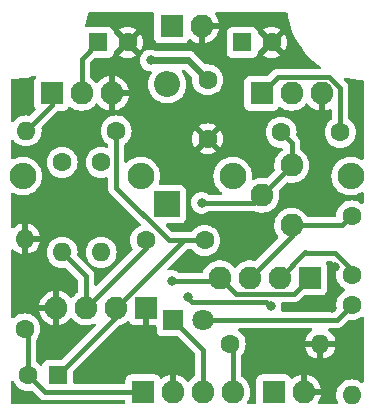
<source format=gbr>
%TF.GenerationSoftware,KiCad,Pcbnew,6.0.0+dfsg1-2*%
%TF.CreationDate,2022-01-11T20:57:39+02:00*%
%TF.ProjectId,cara-de-pelusa,63617261-2d64-4652-9d70-656c7573612e,rev?*%
%TF.SameCoordinates,Original*%
%TF.FileFunction,Copper,L1,Top*%
%TF.FilePolarity,Positive*%
%FSLAX46Y46*%
G04 Gerber Fmt 4.6, Leading zero omitted, Abs format (unit mm)*
G04 Created by KiCad (PCBNEW 6.0.0+dfsg1-2) date 2022-01-11 20:57:39*
%MOMM*%
%LPD*%
G01*
G04 APERTURE LIST*
%TA.AperFunction,ComponentPad*%
%ADD10R,1.930400X1.930400*%
%TD*%
%TA.AperFunction,ComponentPad*%
%ADD11O,1.930400X1.930400*%
%TD*%
%TA.AperFunction,ComponentPad*%
%ADD12R,1.600000X1.600000*%
%TD*%
%TA.AperFunction,ComponentPad*%
%ADD13C,1.600000*%
%TD*%
%TA.AperFunction,ComponentPad*%
%ADD14O,1.600000X1.600000*%
%TD*%
%TA.AperFunction,ComponentPad*%
%ADD15O,2.250000X2.250000*%
%TD*%
%TA.AperFunction,ComponentPad*%
%ADD16R,2.200000X2.200000*%
%TD*%
%TA.AperFunction,ComponentPad*%
%ADD17O,2.200000X2.200000*%
%TD*%
%TA.AperFunction,ComponentPad*%
%ADD18R,1.800000X1.800000*%
%TD*%
%TA.AperFunction,ComponentPad*%
%ADD19C,1.800000*%
%TD*%
%TA.AperFunction,ViaPad*%
%ADD20C,0.800000*%
%TD*%
%TA.AperFunction,Conductor*%
%ADD21C,0.381000*%
%TD*%
%TA.AperFunction,Conductor*%
%ADD22C,0.609600*%
%TD*%
G04 APERTURE END LIST*
D10*
%TO.P,J3,1,Pin_1*%
%TO.N,+9V*%
X98679000Y-69723000D03*
D11*
%TO.P,J3,2,Pin_2*%
%TO.N,GND*%
X101219000Y-69723000D03*
%TD*%
D12*
%TO.P,C5,1*%
%TO.N,VCC*%
X104648000Y-71120000D03*
D13*
%TO.P,C5,2*%
%TO.N,GND*%
X107148000Y-71120000D03*
%TD*%
%TO.P,R2,1*%
%TO.N,Net-(C1-Pad1)*%
X93980000Y-78613000D03*
D14*
%TO.P,R2,2*%
%TO.N,Net-(Q2-Pad1)*%
X86360000Y-78613000D03*
%TD*%
D13*
%TO.P,R6,1*%
%TO.N,Net-(D2-Pad2)*%
X113919000Y-93345000D03*
D14*
%TO.P,R6,2*%
%TO.N,+9V*%
X113919000Y-100965000D03*
%TD*%
D13*
%TO.P,R1,1*%
%TO.N,IN*%
X86233000Y-95377000D03*
D14*
%TO.P,R1,2*%
%TO.N,GND*%
X86233000Y-87757000D03*
%TD*%
D13*
%TO.P,R4,1*%
%TO.N,VCC*%
X92710000Y-81280000D03*
D14*
%TO.P,R4,2*%
%TO.N,Net-(C3-Pad1)*%
X92710000Y-88900000D03*
%TD*%
D13*
%TO.P,C6,1*%
%TO.N,Net-(C4-Pad2)*%
X113919000Y-90805000D03*
%TO.P,C6,2*%
%TO.N,Net-(C6-Pad2)*%
X113919000Y-85805000D03*
%TD*%
D11*
%TO.P,RV5,1,1*%
%TO.N,Net-(C6-Pad2)*%
X108839000Y-86614000D03*
%TO.P,RV5,2,2*%
%TO.N,Net-(C3-Pad1)*%
X106299000Y-84074000D03*
%TO.P,RV5,3,3*%
X108839000Y-81534000D03*
%TD*%
D15*
%TO.P,RV1,*%
%TO.N,*%
X86059000Y-82438000D03*
X96059000Y-82438000D03*
D10*
%TO.P,RV1,1,1*%
%TO.N,Net-(Q2-Pad1)*%
X88519000Y-75438000D03*
D11*
%TO.P,RV1,2,2*%
%TO.N,Net-(C2-Pad1)*%
X91059000Y-75438000D03*
%TO.P,RV1,3,3*%
%TO.N,GND*%
X93599000Y-75438000D03*
%TD*%
D13*
%TO.P,R3,1*%
%TO.N,VCC*%
X89408000Y-81280000D03*
D14*
%TO.P,R3,2*%
%TO.N,Net-(C4-Pad2)*%
X89408000Y-88900000D03*
%TD*%
D13*
%TO.P,C7,1*%
%TO.N,VCC*%
X101727000Y-74295000D03*
%TO.P,C7,2*%
%TO.N,GND*%
X101727000Y-79295000D03*
%TD*%
D16*
%TO.P,D1,1,K*%
%TO.N,VCC*%
X98298000Y-84836000D03*
D17*
%TO.P,D1,2,A*%
%TO.N,+9V*%
X98298000Y-74676000D03*
%TD*%
D10*
%TO.P,Q2,1,E*%
%TO.N,Net-(Q2-Pad1)*%
X110363000Y-91059000D03*
D11*
X102743000Y-91059000D03*
%TO.P,Q2,2,B*%
%TO.N,Net-(C4-Pad2)*%
X107823000Y-91059000D03*
%TO.P,Q2,3,C*%
%TO.N,Net-(C6-Pad2)*%
X105283000Y-91059000D03*
%TD*%
D12*
%TO.P,C1,1*%
%TO.N,Net-(C1-Pad1)*%
X89027000Y-99314000D03*
D13*
%TO.P,C1,2*%
%TO.N,IN*%
X86527000Y-99314000D03*
%TD*%
D10*
%TO.P,J2,1,Pin_1*%
%TO.N,IN*%
X96242500Y-100711000D03*
D11*
%TO.P,J2,2,Pin_2*%
%TO.N,GND*%
X98782500Y-100711000D03*
%TO.P,J2,3,Pin_3*%
%TO.N,LED-*%
X101322500Y-100711000D03*
%TO.P,J2,4,Pin_4*%
%TO.N,OUT*%
X103862500Y-100711000D03*
%TD*%
D13*
%TO.P,C3,1*%
%TO.N,Net-(C3-Pad1)*%
X107950000Y-78740000D03*
%TO.P,C3,2*%
%TO.N,Net-(C3-Pad2)*%
X112950000Y-78740000D03*
%TD*%
D12*
%TO.P,C2,1*%
%TO.N,Net-(C2-Pad1)*%
X92456000Y-71120000D03*
D13*
%TO.P,C2,2*%
%TO.N,GND*%
X94956000Y-71120000D03*
%TD*%
D10*
%TO.P,Q1,1,E*%
%TO.N,GND*%
X96520000Y-93599000D03*
D11*
X88900000Y-93599000D03*
%TO.P,Q1,2,B*%
%TO.N,Net-(C1-Pad1)*%
X93980000Y-93599000D03*
%TO.P,Q1,3,C*%
%TO.N,Net-(C4-Pad2)*%
X91440000Y-93599000D03*
%TD*%
D13*
%TO.P,C4,1*%
%TO.N,Net-(C1-Pad1)*%
X101473000Y-87884000D03*
%TO.P,C4,2*%
%TO.N,Net-(C4-Pad2)*%
X96473000Y-87884000D03*
%TD*%
D10*
%TO.P,J1,1,Pin_1*%
%TO.N,+9V*%
X107315000Y-100711000D03*
D11*
%TO.P,J1,2,Pin_2*%
%TO.N,GND*%
X109855000Y-100711000D03*
%TD*%
D13*
%TO.P,R5,1*%
%TO.N,OUT*%
X103632000Y-96647000D03*
D14*
%TO.P,R5,2*%
%TO.N,GND*%
X111252000Y-96647000D03*
%TD*%
D15*
%TO.P,RV4,*%
%TO.N,*%
X113839000Y-82438000D03*
X103839000Y-82438000D03*
D10*
%TO.P,RV4,1,1*%
%TO.N,Net-(C3-Pad2)*%
X106299000Y-75438000D03*
D11*
%TO.P,RV4,2,2*%
%TO.N,OUT*%
X108839000Y-75438000D03*
%TO.P,RV4,3,3*%
%TO.N,GND*%
X111379000Y-75438000D03*
%TD*%
D18*
%TO.P,D2,1,K*%
%TO.N,LED-*%
X98806000Y-94615000D03*
D19*
%TO.P,D2,2,A*%
%TO.N,Net-(D2-Pad2)*%
X101346000Y-94615000D03*
%TD*%
D20*
%TO.N,GND*%
X85979000Y-75692000D03*
X85471000Y-101346000D03*
X100838000Y-83439000D03*
X112268000Y-93599000D03*
X112522000Y-90170000D03*
%TO.N,Net-(C3-Pad1)*%
X101219000Y-84709000D03*
%TO.N,Net-(C4-Pad2)*%
X100076000Y-92710000D03*
X107061000Y-93472000D03*
%TO.N,VCC*%
X96901000Y-72644000D03*
%TO.N,Net-(Q2-Pad1)*%
X98679000Y-91313000D03*
%TD*%
D21*
%TO.N,IN*%
X87924000Y-100711000D02*
X96242500Y-100711000D01*
X86527000Y-99314000D02*
X86527000Y-95671000D01*
X86527000Y-99314000D02*
X87924000Y-100711000D01*
X86527000Y-95671000D02*
X86233000Y-95377000D01*
%TO.N,Net-(C1-Pad1)*%
X93980000Y-83420902D02*
X93980000Y-78613000D01*
X99695000Y-87884000D02*
X101473000Y-87884000D01*
X98443098Y-87884000D02*
X93980000Y-83420902D01*
X89027000Y-99314000D02*
X93980000Y-94361000D01*
X93980000Y-93599000D02*
X99695000Y-87884000D01*
X93980000Y-94361000D02*
X93980000Y-93599000D01*
X99695000Y-87884000D02*
X98443098Y-87884000D01*
%TO.N,Net-(C2-Pad1)*%
X91059000Y-72517000D02*
X92456000Y-71120000D01*
X91059000Y-75438000D02*
X91059000Y-72517000D01*
%TO.N,Net-(C3-Pad2)*%
X112029737Y-74082299D02*
X107654701Y-74082299D01*
X112950000Y-75002562D02*
X112029737Y-74082299D01*
X112950000Y-78740000D02*
X112950000Y-75002562D01*
X107654701Y-74082299D02*
X106299000Y-75438000D01*
%TO.N,Net-(C3-Pad1)*%
X101219000Y-84709000D02*
X105664000Y-84709000D01*
X108839000Y-81534000D02*
X108839000Y-79629000D01*
X106299000Y-84074000D02*
X108839000Y-81534000D01*
X108839000Y-79629000D02*
X107950000Y-78740000D01*
X105664000Y-84709000D02*
X106299000Y-84074000D01*
%TO.N,Net-(C4-Pad2)*%
X106661001Y-93072001D02*
X100438001Y-93072001D01*
X112493499Y-88928501D02*
X113919000Y-90354002D01*
X100438001Y-93072001D02*
X100076000Y-92710000D01*
X109982000Y-88900000D02*
X110010501Y-88928501D01*
X107061000Y-93472000D02*
X106661001Y-93072001D01*
X110010501Y-88928501D02*
X112493499Y-88928501D01*
X91440000Y-93599000D02*
X96473000Y-88566000D01*
X96473000Y-88566000D02*
X96473000Y-87884000D01*
X107823000Y-91059000D02*
X109982000Y-88900000D01*
X91440000Y-93599000D02*
X91440000Y-90932000D01*
X91440000Y-90932000D02*
X89408000Y-88900000D01*
X113919000Y-90354002D02*
X113919000Y-90805000D01*
D22*
%TO.N,VCC*%
X96901000Y-72644000D02*
X100076000Y-72644000D01*
X100076000Y-72644000D02*
X101727000Y-74295000D01*
D21*
%TO.N,Net-(C6-Pad2)*%
X105283000Y-91059000D02*
X108839000Y-87503000D01*
X108839000Y-87503000D02*
X108839000Y-86614000D01*
X113110000Y-86614000D02*
X113919000Y-85805000D01*
X108839000Y-86614000D02*
X113110000Y-86614000D01*
%TO.N,Net-(D2-Pad2)*%
X101346000Y-94615000D02*
X112649000Y-94615000D01*
X112649000Y-94615000D02*
X113919000Y-93345000D01*
%TO.N,LED-*%
X101322500Y-97131500D02*
X98806000Y-94615000D01*
X101322500Y-100711000D02*
X101322500Y-97131500D01*
%TO.N,OUT*%
X103862500Y-100711000D02*
X103862500Y-96877500D01*
X103862500Y-96877500D02*
X103632000Y-96647000D01*
%TO.N,Net-(Q2-Pad1)*%
X104098701Y-92414701D02*
X109007299Y-92414701D01*
X102489000Y-91313000D02*
X102743000Y-91059000D01*
X109007299Y-92414701D02*
X110363000Y-91059000D01*
X102743000Y-91059000D02*
X104098701Y-92414701D01*
X86360000Y-78613000D02*
X88519000Y-76454000D01*
X98679000Y-91313000D02*
X102489000Y-91313000D01*
X88519000Y-76454000D02*
X88519000Y-75438000D01*
%TD*%
%TA.AperFunction,Conductor*%
%TO.N,GND*%
G36*
X114872863Y-94364400D02*
G01*
X114921448Y-94416169D01*
X114935000Y-94473016D01*
X114935000Y-99836984D01*
X114914998Y-99905105D01*
X114861342Y-99951598D01*
X114791068Y-99961702D01*
X114736729Y-99940197D01*
X114734080Y-99938342D01*
X114575749Y-99827477D01*
X114570767Y-99825154D01*
X114570762Y-99825151D01*
X114373225Y-99733039D01*
X114373224Y-99733039D01*
X114368243Y-99730716D01*
X114362935Y-99729294D01*
X114362933Y-99729293D01*
X114152402Y-99672881D01*
X114152400Y-99672881D01*
X114147087Y-99671457D01*
X113919000Y-99651502D01*
X113690913Y-99671457D01*
X113685600Y-99672881D01*
X113685598Y-99672881D01*
X113475067Y-99729293D01*
X113475065Y-99729294D01*
X113469757Y-99730716D01*
X113464776Y-99733039D01*
X113464775Y-99733039D01*
X113267238Y-99825151D01*
X113267233Y-99825154D01*
X113262251Y-99827477D01*
X113178672Y-99886000D01*
X113079211Y-99955643D01*
X113079208Y-99955645D01*
X113074700Y-99958802D01*
X112912802Y-100120700D01*
X112909645Y-100125208D01*
X112909643Y-100125211D01*
X112889633Y-100153789D01*
X112781477Y-100308251D01*
X112779154Y-100313233D01*
X112779151Y-100313238D01*
X112708631Y-100464471D01*
X112684716Y-100515757D01*
X112683294Y-100521065D01*
X112683293Y-100521067D01*
X112654903Y-100627019D01*
X112625457Y-100736913D01*
X112605502Y-100965000D01*
X112625457Y-101193087D01*
X112626881Y-101198400D01*
X112626881Y-101198402D01*
X112678050Y-101389364D01*
X112684716Y-101414243D01*
X112687039Y-101419224D01*
X112687039Y-101419225D01*
X112746971Y-101547750D01*
X112757632Y-101617942D01*
X112728652Y-101682755D01*
X112669232Y-101721611D01*
X112632776Y-101727000D01*
X111184822Y-101727000D01*
X111116701Y-101706998D01*
X111070208Y-101653342D01*
X111060104Y-101583068D01*
X111082499Y-101527474D01*
X111119094Y-101476547D01*
X111124398Y-101467719D01*
X111227147Y-101259821D01*
X111230946Y-101250226D01*
X111298360Y-101028343D01*
X111300539Y-101018262D01*
X111305186Y-100982961D01*
X111302975Y-100968779D01*
X111289817Y-100965000D01*
X109727000Y-100965000D01*
X109658879Y-100944998D01*
X109612386Y-100891342D01*
X109601000Y-100839000D01*
X109601000Y-100438885D01*
X110109000Y-100438885D01*
X110113475Y-100454124D01*
X110114865Y-100455329D01*
X110122548Y-100457000D01*
X111292128Y-100457000D01*
X111305659Y-100453027D01*
X111306964Y-100443947D01*
X111255642Y-100239622D01*
X111252324Y-100229874D01*
X111159846Y-100017189D01*
X111154980Y-100008114D01*
X111029012Y-99813398D01*
X111022719Y-99805227D01*
X110866641Y-99633700D01*
X110859108Y-99626674D01*
X110677104Y-99482936D01*
X110668532Y-99477240D01*
X110465492Y-99365156D01*
X110456095Y-99360933D01*
X110237480Y-99283518D01*
X110227530Y-99280889D01*
X110126836Y-99262953D01*
X110113540Y-99264412D01*
X110109000Y-99278968D01*
X110109000Y-100438885D01*
X109601000Y-100438885D01*
X109601000Y-99277555D01*
X109597082Y-99264211D01*
X109582806Y-99262224D01*
X109517532Y-99272213D01*
X109507504Y-99274602D01*
X109287073Y-99346650D01*
X109277564Y-99350647D01*
X109071865Y-99457727D01*
X109063140Y-99463221D01*
X108927881Y-99564777D01*
X108861396Y-99589683D01*
X108792001Y-99574691D01*
X108741727Y-99524560D01*
X108734246Y-99508247D01*
X108733967Y-99507503D01*
X108730815Y-99499095D01*
X108643461Y-99382539D01*
X108526905Y-99295185D01*
X108390516Y-99244055D01*
X108328334Y-99237300D01*
X106301666Y-99237300D01*
X106239484Y-99244055D01*
X106103095Y-99295185D01*
X105986539Y-99382539D01*
X105899185Y-99499095D01*
X105848055Y-99635484D01*
X105841300Y-99697666D01*
X105841300Y-101601000D01*
X105821298Y-101669121D01*
X105767642Y-101715614D01*
X105715300Y-101727000D01*
X105192939Y-101727000D01*
X105124818Y-101706998D01*
X105078325Y-101653342D01*
X105068221Y-101583068D01*
X105090616Y-101527475D01*
X105127015Y-101476819D01*
X105127017Y-101476816D01*
X105130037Y-101472613D01*
X105134811Y-101462955D01*
X105202750Y-101325489D01*
X105237408Y-101255365D01*
X105257852Y-101188076D01*
X105306351Y-101028449D01*
X105306352Y-101028443D01*
X105307855Y-101023497D01*
X105339486Y-100783237D01*
X105341251Y-100711000D01*
X105321395Y-100469482D01*
X105262359Y-100234449D01*
X105165728Y-100012215D01*
X105065194Y-99856812D01*
X105036907Y-99813087D01*
X105036905Y-99813084D01*
X105034099Y-99808747D01*
X104871006Y-99629510D01*
X104680828Y-99479317D01*
X104626605Y-99449384D01*
X104576636Y-99398953D01*
X104561500Y-99339077D01*
X104561500Y-97620188D01*
X104581502Y-97552067D01*
X104598405Y-97531093D01*
X104638198Y-97491300D01*
X104650855Y-97473225D01*
X104766366Y-97308257D01*
X104769523Y-97303749D01*
X104771846Y-97298767D01*
X104771849Y-97298762D01*
X104863961Y-97101225D01*
X104863961Y-97101224D01*
X104866284Y-97096243D01*
X104904670Y-96952988D01*
X104915245Y-96913522D01*
X109969273Y-96913522D01*
X110016764Y-97090761D01*
X110020510Y-97101053D01*
X110112586Y-97298511D01*
X110118069Y-97308007D01*
X110243028Y-97486467D01*
X110250084Y-97494875D01*
X110404125Y-97648916D01*
X110412533Y-97655972D01*
X110590993Y-97780931D01*
X110600489Y-97786414D01*
X110797947Y-97878490D01*
X110808239Y-97882236D01*
X110980503Y-97928394D01*
X110994599Y-97928058D01*
X110998000Y-97920116D01*
X110998000Y-97914967D01*
X111506000Y-97914967D01*
X111509973Y-97928498D01*
X111518522Y-97929727D01*
X111695761Y-97882236D01*
X111706053Y-97878490D01*
X111903511Y-97786414D01*
X111913007Y-97780931D01*
X112091467Y-97655972D01*
X112099875Y-97648916D01*
X112253916Y-97494875D01*
X112260972Y-97486467D01*
X112385931Y-97308007D01*
X112391414Y-97298511D01*
X112483490Y-97101053D01*
X112487236Y-97090761D01*
X112533394Y-96918497D01*
X112533058Y-96904401D01*
X112525116Y-96901000D01*
X111524115Y-96901000D01*
X111508876Y-96905475D01*
X111507671Y-96906865D01*
X111506000Y-96914548D01*
X111506000Y-97914967D01*
X110998000Y-97914967D01*
X110998000Y-96919115D01*
X110993525Y-96903876D01*
X110992135Y-96902671D01*
X110984452Y-96901000D01*
X109984033Y-96901000D01*
X109970502Y-96904973D01*
X109969273Y-96913522D01*
X104915245Y-96913522D01*
X104924119Y-96880402D01*
X104924119Y-96880400D01*
X104925543Y-96875087D01*
X104945498Y-96647000D01*
X104925543Y-96418913D01*
X104875317Y-96231469D01*
X104867707Y-96203067D01*
X104867706Y-96203065D01*
X104866284Y-96197757D01*
X104852948Y-96169157D01*
X104771849Y-95995238D01*
X104771846Y-95995233D01*
X104769523Y-95990251D01*
X104686079Y-95871081D01*
X104641357Y-95807211D01*
X104641355Y-95807208D01*
X104638198Y-95802700D01*
X104476300Y-95640802D01*
X104471792Y-95637645D01*
X104471789Y-95637643D01*
X104336929Y-95543213D01*
X104292601Y-95487756D01*
X104285292Y-95417136D01*
X104317323Y-95353776D01*
X104378524Y-95317791D01*
X104409200Y-95314000D01*
X110475672Y-95314000D01*
X110543793Y-95334002D01*
X110590286Y-95387658D01*
X110600390Y-95457932D01*
X110570896Y-95522512D01*
X110547943Y-95543213D01*
X110412533Y-95638028D01*
X110404125Y-95645084D01*
X110250084Y-95799125D01*
X110243028Y-95807533D01*
X110118069Y-95985993D01*
X110112586Y-95995489D01*
X110020510Y-96192947D01*
X110016764Y-96203239D01*
X109970606Y-96375503D01*
X109970942Y-96389599D01*
X109978884Y-96393000D01*
X112519967Y-96393000D01*
X112533498Y-96389027D01*
X112534727Y-96380478D01*
X112487236Y-96203239D01*
X112483490Y-96192947D01*
X112391414Y-95995489D01*
X112385931Y-95985993D01*
X112260972Y-95807533D01*
X112253916Y-95799125D01*
X112099875Y-95645084D01*
X112091467Y-95638028D01*
X111956057Y-95543213D01*
X111911729Y-95487756D01*
X111904420Y-95417136D01*
X111936451Y-95353776D01*
X111997652Y-95317791D01*
X112028328Y-95314000D01*
X112620401Y-95314000D01*
X112628971Y-95314292D01*
X112678277Y-95317654D01*
X112678281Y-95317654D01*
X112685852Y-95318170D01*
X112693328Y-95316865D01*
X112693332Y-95316865D01*
X112747924Y-95307337D01*
X112754449Y-95306374D01*
X112809418Y-95299722D01*
X112809420Y-95299721D01*
X112816960Y-95298809D01*
X112824062Y-95296125D01*
X112827500Y-95295281D01*
X112841623Y-95291417D01*
X112845034Y-95290387D01*
X112852517Y-95289081D01*
X112910197Y-95263761D01*
X112916304Y-95261270D01*
X112968117Y-95241691D01*
X112968118Y-95241690D01*
X112975222Y-95239006D01*
X112981477Y-95234707D01*
X112984618Y-95233065D01*
X112997372Y-95225967D01*
X113000478Y-95224130D01*
X113007433Y-95221077D01*
X113013460Y-95216452D01*
X113013464Y-95216450D01*
X113057402Y-95182735D01*
X113062720Y-95178871D01*
X113114652Y-95143179D01*
X113126653Y-95129710D01*
X113155518Y-95097312D01*
X113160499Y-95092036D01*
X113579555Y-94672980D01*
X113641867Y-94638954D01*
X113688961Y-94638020D01*
X113690913Y-94638543D01*
X113696384Y-94639022D01*
X113696386Y-94639022D01*
X113913525Y-94658019D01*
X113919000Y-94658498D01*
X114147087Y-94638543D01*
X114152400Y-94637119D01*
X114152402Y-94637119D01*
X114362933Y-94580707D01*
X114362935Y-94580706D01*
X114368243Y-94579284D01*
X114373225Y-94576961D01*
X114570762Y-94484849D01*
X114570767Y-94484846D01*
X114575749Y-94482523D01*
X114736730Y-94369803D01*
X114804003Y-94347115D01*
X114872863Y-94364400D01*
G37*
%TD.AperFunction*%
%TA.AperFunction,Conductor*%
G36*
X85298512Y-99801644D02*
G01*
X85330195Y-99843618D01*
X85387151Y-99965762D01*
X85387154Y-99965767D01*
X85389477Y-99970749D01*
X85520802Y-100158300D01*
X85682700Y-100320198D01*
X85687208Y-100323355D01*
X85687211Y-100323357D01*
X85765389Y-100378098D01*
X85870251Y-100451523D01*
X85875233Y-100453846D01*
X85875238Y-100453849D01*
X86072775Y-100545961D01*
X86077757Y-100548284D01*
X86083065Y-100549706D01*
X86083067Y-100549707D01*
X86293598Y-100606119D01*
X86293600Y-100606119D01*
X86298913Y-100607543D01*
X86527000Y-100627498D01*
X86532475Y-100627019D01*
X86749614Y-100608022D01*
X86749616Y-100608022D01*
X86755087Y-100607543D01*
X86756660Y-100607122D01*
X86826031Y-100614859D01*
X86866445Y-100641980D01*
X87409503Y-101185038D01*
X87415356Y-101191303D01*
X87452842Y-101234274D01*
X87489192Y-101259821D01*
X87504389Y-101270502D01*
X87509684Y-101274435D01*
X87559239Y-101313291D01*
X87566163Y-101316417D01*
X87569212Y-101318264D01*
X87581878Y-101325489D01*
X87585043Y-101327186D01*
X87591261Y-101331556D01*
X87649996Y-101354456D01*
X87656009Y-101356983D01*
X87713435Y-101382912D01*
X87720903Y-101384296D01*
X87724311Y-101385364D01*
X87738350Y-101389364D01*
X87741814Y-101390253D01*
X87748889Y-101393012D01*
X87756418Y-101394003D01*
X87756421Y-101394004D01*
X87811345Y-101401235D01*
X87817859Y-101402267D01*
X87872317Y-101412360D01*
X87872320Y-101412360D01*
X87879786Y-101413744D01*
X87887366Y-101413307D01*
X87887367Y-101413307D01*
X87941094Y-101410209D01*
X87948347Y-101410000D01*
X94642800Y-101410000D01*
X94710921Y-101430002D01*
X94757414Y-101483658D01*
X94768800Y-101536000D01*
X94768800Y-101601000D01*
X94748798Y-101669121D01*
X94695142Y-101715614D01*
X94642800Y-101727000D01*
X85216000Y-101727000D01*
X85147879Y-101706998D01*
X85101386Y-101653342D01*
X85090000Y-101601000D01*
X85090000Y-99896868D01*
X85110002Y-99828747D01*
X85163658Y-99782254D01*
X85233932Y-99772150D01*
X85298512Y-99801644D01*
G37*
%TD.AperFunction*%
%TA.AperFunction,Conductor*%
G36*
X96716121Y-93365002D02*
G01*
X96762614Y-93418658D01*
X96774000Y-93471000D01*
X96774000Y-95054084D01*
X96778475Y-95069323D01*
X96779865Y-95070528D01*
X96787548Y-95072199D01*
X97271500Y-95072199D01*
X97339621Y-95092201D01*
X97386114Y-95145857D01*
X97397500Y-95198199D01*
X97397500Y-95563134D01*
X97404255Y-95625316D01*
X97455385Y-95761705D01*
X97542739Y-95878261D01*
X97659295Y-95965615D01*
X97795684Y-96016745D01*
X97857866Y-96023500D01*
X99173775Y-96023500D01*
X99241896Y-96043502D01*
X99262870Y-96060405D01*
X100586595Y-97384130D01*
X100620621Y-97446442D01*
X100623500Y-97473225D01*
X100623500Y-99336907D01*
X100603498Y-99405028D01*
X100555678Y-99448671D01*
X100539106Y-99457297D01*
X100539097Y-99457302D01*
X100534509Y-99459691D01*
X100491599Y-99491909D01*
X100424768Y-99542087D01*
X100340718Y-99605193D01*
X100173295Y-99780392D01*
X100170384Y-99784660D01*
X100170378Y-99784667D01*
X100157435Y-99803640D01*
X100102523Y-99848642D01*
X100031998Y-99856812D01*
X99968251Y-99825556D01*
X99953521Y-99809515D01*
X99950218Y-99805227D01*
X99794141Y-99633700D01*
X99786608Y-99626674D01*
X99604604Y-99482936D01*
X99596032Y-99477240D01*
X99392992Y-99365156D01*
X99383595Y-99360933D01*
X99164980Y-99283518D01*
X99155030Y-99280889D01*
X99054336Y-99262953D01*
X99041040Y-99264412D01*
X99036500Y-99278968D01*
X99036500Y-100839000D01*
X99016498Y-100907121D01*
X98962842Y-100953614D01*
X98910500Y-100965000D01*
X98654500Y-100965000D01*
X98586379Y-100944998D01*
X98539886Y-100891342D01*
X98528500Y-100839000D01*
X98528500Y-99277555D01*
X98524582Y-99264211D01*
X98510306Y-99262224D01*
X98445032Y-99272213D01*
X98435004Y-99274602D01*
X98214573Y-99346650D01*
X98205064Y-99350647D01*
X97999365Y-99457727D01*
X97990640Y-99463221D01*
X97855381Y-99564777D01*
X97788896Y-99589683D01*
X97719501Y-99574691D01*
X97669227Y-99524560D01*
X97661746Y-99508247D01*
X97661467Y-99507503D01*
X97658315Y-99499095D01*
X97570961Y-99382539D01*
X97454405Y-99295185D01*
X97318016Y-99244055D01*
X97255834Y-99237300D01*
X95229166Y-99237300D01*
X95166984Y-99244055D01*
X95030595Y-99295185D01*
X94914039Y-99382539D01*
X94826685Y-99499095D01*
X94775555Y-99635484D01*
X94768800Y-99697666D01*
X94768800Y-99886000D01*
X94748798Y-99954121D01*
X94695142Y-100000614D01*
X94642800Y-100012000D01*
X90461500Y-100012000D01*
X90393379Y-99991998D01*
X90346886Y-99938342D01*
X90335500Y-99886000D01*
X90335500Y-99046225D01*
X90355502Y-98978104D01*
X90372405Y-98957130D01*
X94260200Y-95069336D01*
X94313087Y-95037745D01*
X94519562Y-94975800D01*
X94642737Y-94915457D01*
X94732533Y-94871467D01*
X94732538Y-94871464D01*
X94737184Y-94869188D01*
X94741394Y-94866185D01*
X94741399Y-94866182D01*
X94910852Y-94745311D01*
X94977925Y-94722037D01*
X95046934Y-94738720D01*
X95095968Y-94790063D01*
X95100965Y-94801320D01*
X95110014Y-94817849D01*
X95186515Y-94919924D01*
X95199076Y-94932485D01*
X95301151Y-95008986D01*
X95316746Y-95017524D01*
X95437194Y-95062678D01*
X95452449Y-95066305D01*
X95503314Y-95071831D01*
X95510128Y-95072200D01*
X96247885Y-95072200D01*
X96263124Y-95067725D01*
X96264329Y-95066335D01*
X96266000Y-95058652D01*
X96266000Y-93471000D01*
X96286002Y-93402879D01*
X96339658Y-93356386D01*
X96392000Y-93345000D01*
X96648000Y-93345000D01*
X96716121Y-93365002D01*
G37*
%TD.AperFunction*%
%TA.AperFunction,Conductor*%
G36*
X95907986Y-68573694D02*
G01*
X97079870Y-68574260D01*
X97147981Y-68594295D01*
X97194448Y-68647973D01*
X97205598Y-68706924D01*
X97205300Y-68709666D01*
X97205300Y-70736334D01*
X97212055Y-70798516D01*
X97263185Y-70934905D01*
X97350539Y-71051461D01*
X97467095Y-71138815D01*
X97603484Y-71189945D01*
X97665666Y-71196700D01*
X99692334Y-71196700D01*
X99754516Y-71189945D01*
X99890905Y-71138815D01*
X100007461Y-71051461D01*
X100094815Y-70934905D01*
X100097967Y-70926497D01*
X100097970Y-70926492D01*
X100098504Y-70925067D01*
X100099411Y-70923860D01*
X100102277Y-70918625D01*
X100103033Y-70919039D01*
X100141147Y-70868304D01*
X100207710Y-70843607D01*
X100277058Y-70858817D01*
X100296969Y-70872357D01*
X100367131Y-70930606D01*
X100375578Y-70936521D01*
X100575809Y-71053526D01*
X100585096Y-71057976D01*
X100801751Y-71140708D01*
X100811653Y-71143585D01*
X100947248Y-71171172D01*
X100961300Y-71169977D01*
X100965000Y-71159632D01*
X100965000Y-71157665D01*
X101473000Y-71157665D01*
X101477064Y-71171507D01*
X101490478Y-71173541D01*
X101521216Y-71169603D01*
X101531297Y-71167460D01*
X101753426Y-71100818D01*
X101763024Y-71097056D01*
X101971289Y-70995029D01*
X101980134Y-70989756D01*
X102168935Y-70855086D01*
X102176810Y-70848430D01*
X102341083Y-70684730D01*
X102347761Y-70676883D01*
X102483089Y-70488556D01*
X102488398Y-70479719D01*
X102591147Y-70271821D01*
X102594946Y-70262226D01*
X102662360Y-70040343D01*
X102664539Y-70030262D01*
X102669186Y-69994961D01*
X102666975Y-69980779D01*
X102653817Y-69977000D01*
X101491115Y-69977000D01*
X101475876Y-69981475D01*
X101474671Y-69982865D01*
X101473000Y-69990548D01*
X101473000Y-71157665D01*
X100965000Y-71157665D01*
X100965000Y-69595000D01*
X100985002Y-69526879D01*
X101038658Y-69480386D01*
X101091000Y-69469000D01*
X102656128Y-69469000D01*
X102669659Y-69465027D01*
X102670964Y-69455947D01*
X102619642Y-69251622D01*
X102616324Y-69241874D01*
X102523846Y-69029189D01*
X102518980Y-69020114D01*
X102393012Y-68825398D01*
X102386719Y-68817227D01*
X102359810Y-68787655D01*
X102328758Y-68723809D01*
X102337152Y-68653311D01*
X102382329Y-68598542D01*
X102453064Y-68576855D01*
X103994047Y-68577599D01*
X108385716Y-68579720D01*
X108453827Y-68599755D01*
X108500294Y-68653433D01*
X108510187Y-68686542D01*
X108562745Y-69027832D01*
X108564411Y-69038649D01*
X108564928Y-69040897D01*
X108669745Y-69496856D01*
X108671014Y-69502377D01*
X108671697Y-69504591D01*
X108671697Y-69504592D01*
X108809466Y-69951358D01*
X108811228Y-69957073D01*
X108984303Y-70400303D01*
X109132689Y-70711097D01*
X109177959Y-70805915D01*
X109189313Y-70829697D01*
X109190454Y-70831697D01*
X109190457Y-70831702D01*
X109420296Y-71234432D01*
X109425161Y-71242957D01*
X109690585Y-71637872D01*
X109692012Y-71639692D01*
X109979151Y-72005933D01*
X109984166Y-72012330D01*
X109985722Y-72014041D01*
X109985729Y-72014049D01*
X110149012Y-72193566D01*
X110304331Y-72364327D01*
X110305982Y-72365895D01*
X110305991Y-72365904D01*
X110627004Y-72670742D01*
X110649370Y-72691981D01*
X111017435Y-72993537D01*
X111048723Y-73015556D01*
X111245813Y-73154258D01*
X111290010Y-73209820D01*
X111297152Y-73280456D01*
X111264971Y-73343741D01*
X111203684Y-73379580D01*
X111173298Y-73383299D01*
X107683301Y-73383299D01*
X107674730Y-73383007D01*
X107617850Y-73379129D01*
X107555766Y-73389965D01*
X107549287Y-73390921D01*
X107486741Y-73398490D01*
X107479639Y-73401174D01*
X107476157Y-73402029D01*
X107462122Y-73405869D01*
X107458674Y-73406910D01*
X107451184Y-73408217D01*
X107444223Y-73411273D01*
X107444222Y-73411273D01*
X107393506Y-73433536D01*
X107387398Y-73436029D01*
X107358886Y-73446803D01*
X107328479Y-73458293D01*
X107322213Y-73462599D01*
X107319058Y-73464249D01*
X107306266Y-73471368D01*
X107303222Y-73473168D01*
X107296268Y-73476221D01*
X107290240Y-73480846D01*
X107290239Y-73480847D01*
X107246305Y-73514559D01*
X107240968Y-73518437D01*
X107209792Y-73539864D01*
X107189049Y-73554120D01*
X107183997Y-73559790D01*
X107183996Y-73559791D01*
X107148183Y-73599987D01*
X107143202Y-73605263D01*
X106821070Y-73927395D01*
X106758758Y-73961421D01*
X106731975Y-73964300D01*
X105285666Y-73964300D01*
X105223484Y-73971055D01*
X105087095Y-74022185D01*
X104970539Y-74109539D01*
X104883185Y-74226095D01*
X104832055Y-74362484D01*
X104825300Y-74424666D01*
X104825300Y-76451334D01*
X104832055Y-76513516D01*
X104883185Y-76649905D01*
X104970539Y-76766461D01*
X105087095Y-76853815D01*
X105223484Y-76904945D01*
X105285666Y-76911700D01*
X107312334Y-76911700D01*
X107374516Y-76904945D01*
X107510905Y-76853815D01*
X107627461Y-76766461D01*
X107714815Y-76649905D01*
X107717967Y-76641497D01*
X107717968Y-76641496D01*
X107718317Y-76640564D01*
X107718910Y-76639774D01*
X107722277Y-76633625D01*
X107723165Y-76634111D01*
X107760961Y-76583801D01*
X107827523Y-76559103D01*
X107896871Y-76574312D01*
X107916783Y-76587853D01*
X107981398Y-76641497D01*
X107990823Y-76649322D01*
X108200053Y-76771586D01*
X108204873Y-76773426D01*
X108204878Y-76773429D01*
X108312835Y-76814653D01*
X108426442Y-76858035D01*
X108431510Y-76859066D01*
X108431513Y-76859067D01*
X108546493Y-76882460D01*
X108663910Y-76906349D01*
X108669085Y-76906539D01*
X108669087Y-76906539D01*
X108900917Y-76915040D01*
X108900921Y-76915040D01*
X108906081Y-76915229D01*
X108911201Y-76914573D01*
X108911203Y-76914573D01*
X108986360Y-76904945D01*
X109146450Y-76884437D01*
X109151401Y-76882952D01*
X109151404Y-76882951D01*
X109373612Y-76816285D01*
X109373611Y-76816285D01*
X109378562Y-76814800D01*
X109530705Y-76740266D01*
X109591533Y-76710467D01*
X109591538Y-76710464D01*
X109596184Y-76708188D01*
X109600394Y-76705185D01*
X109600399Y-76705182D01*
X109789259Y-76570469D01*
X109789264Y-76570465D01*
X109793471Y-76567464D01*
X109965126Y-76396408D01*
X110005744Y-76339882D01*
X110061739Y-76296234D01*
X110132442Y-76289788D01*
X110195407Y-76322591D01*
X110203305Y-76330911D01*
X110341339Y-76490262D01*
X110348701Y-76497471D01*
X110527130Y-76645606D01*
X110535578Y-76651521D01*
X110735809Y-76768526D01*
X110745096Y-76772976D01*
X110961751Y-76855708D01*
X110971653Y-76858585D01*
X111107248Y-76886172D01*
X111121300Y-76884977D01*
X111125000Y-76874632D01*
X111125000Y-75310000D01*
X111145002Y-75241879D01*
X111198658Y-75195386D01*
X111251000Y-75184000D01*
X111507000Y-75184000D01*
X111575121Y-75204002D01*
X111621614Y-75257658D01*
X111633000Y-75310000D01*
X111633000Y-76872665D01*
X111637064Y-76886507D01*
X111650478Y-76888541D01*
X111681216Y-76884603D01*
X111691297Y-76882460D01*
X111913426Y-76815818D01*
X111923024Y-76812056D01*
X112069568Y-76740266D01*
X112139542Y-76728260D01*
X112204899Y-76755990D01*
X112244889Y-76814653D01*
X112251000Y-76853418D01*
X112251000Y-77566470D01*
X112230998Y-77634591D01*
X112197271Y-77669683D01*
X112110211Y-77730643D01*
X112110208Y-77730645D01*
X112105700Y-77733802D01*
X111943802Y-77895700D01*
X111812477Y-78083251D01*
X111810154Y-78088233D01*
X111810151Y-78088238D01*
X111723737Y-78273555D01*
X111715716Y-78290757D01*
X111656457Y-78511913D01*
X111636502Y-78740000D01*
X111656457Y-78968087D01*
X111657881Y-78973400D01*
X111657881Y-78973402D01*
X111710455Y-79169607D01*
X111715716Y-79189243D01*
X111718039Y-79194224D01*
X111718039Y-79194225D01*
X111810151Y-79391762D01*
X111810154Y-79391767D01*
X111812477Y-79396749D01*
X111943802Y-79584300D01*
X112105700Y-79746198D01*
X112110208Y-79749355D01*
X112110211Y-79749357D01*
X112163300Y-79786530D01*
X112293251Y-79877523D01*
X112298233Y-79879846D01*
X112298238Y-79879849D01*
X112495775Y-79971961D01*
X112500757Y-79974284D01*
X112506065Y-79975706D01*
X112506067Y-79975707D01*
X112716598Y-80032119D01*
X112716600Y-80032119D01*
X112721913Y-80033543D01*
X112950000Y-80053498D01*
X113178087Y-80033543D01*
X113183400Y-80032119D01*
X113183402Y-80032119D01*
X113393933Y-79975707D01*
X113393935Y-79975706D01*
X113399243Y-79974284D01*
X113404225Y-79971961D01*
X113601762Y-79879849D01*
X113601767Y-79879846D01*
X113606749Y-79877523D01*
X113736700Y-79786530D01*
X113789789Y-79749357D01*
X113789792Y-79749355D01*
X113794300Y-79746198D01*
X113956198Y-79584300D01*
X114087523Y-79396749D01*
X114089846Y-79391767D01*
X114089849Y-79391762D01*
X114181961Y-79194225D01*
X114181961Y-79194224D01*
X114184284Y-79189243D01*
X114189546Y-79169607D01*
X114242119Y-78973402D01*
X114242119Y-78973400D01*
X114243543Y-78968087D01*
X114263498Y-78740000D01*
X114243543Y-78511913D01*
X114184284Y-78290757D01*
X114176263Y-78273555D01*
X114089849Y-78088238D01*
X114089846Y-78088233D01*
X114087523Y-78083251D01*
X113956198Y-77895700D01*
X113794300Y-77733802D01*
X113789792Y-77730645D01*
X113789789Y-77730643D01*
X113702729Y-77669683D01*
X113658401Y-77614226D01*
X113649000Y-77566470D01*
X113649000Y-75031151D01*
X113649292Y-75022581D01*
X113652653Y-74973286D01*
X113652653Y-74973282D01*
X113653169Y-74965710D01*
X113650733Y-74951749D01*
X113642338Y-74903652D01*
X113641375Y-74897126D01*
X113634722Y-74842144D01*
X113634721Y-74842141D01*
X113633809Y-74834602D01*
X113631123Y-74827493D01*
X113630277Y-74824050D01*
X113626414Y-74809925D01*
X113625386Y-74806520D01*
X113624081Y-74799044D01*
X113616292Y-74781299D01*
X113598770Y-74741385D01*
X113596277Y-74735277D01*
X113576690Y-74683442D01*
X113576689Y-74683440D01*
X113574006Y-74676340D01*
X113569709Y-74670088D01*
X113568066Y-74666945D01*
X113560971Y-74654197D01*
X113559130Y-74651085D01*
X113556077Y-74644129D01*
X113517732Y-74594155D01*
X113513861Y-74588828D01*
X113482481Y-74543169D01*
X113482480Y-74543167D01*
X113478179Y-74536910D01*
X113471120Y-74530620D01*
X113432321Y-74496052D01*
X113427045Y-74491071D01*
X113272018Y-74336044D01*
X113237992Y-74273732D01*
X113243057Y-74202917D01*
X113285604Y-74146081D01*
X113352124Y-74121270D01*
X113391972Y-74124787D01*
X113591868Y-74175284D01*
X114060484Y-74257791D01*
X114533877Y-74305824D01*
X114678592Y-74309871D01*
X114812523Y-74313617D01*
X114880057Y-74335516D01*
X114925032Y-74390450D01*
X114935000Y-74439568D01*
X114935000Y-80968826D01*
X114914998Y-81036947D01*
X114861342Y-81083440D01*
X114791068Y-81093544D01*
X114743165Y-81076259D01*
X114720651Y-81062462D01*
X114582887Y-80978040D01*
X114578317Y-80976147D01*
X114578313Y-80976145D01*
X114349913Y-80881539D01*
X114349911Y-80881538D01*
X114345340Y-80879645D01*
X114258498Y-80858796D01*
X114100139Y-80820777D01*
X114100133Y-80820776D01*
X114095326Y-80819622D01*
X113839000Y-80799449D01*
X113582674Y-80819622D01*
X113577867Y-80820776D01*
X113577861Y-80820777D01*
X113419502Y-80858796D01*
X113332660Y-80879645D01*
X113328089Y-80881538D01*
X113328087Y-80881539D01*
X113099687Y-80976145D01*
X113099683Y-80976147D01*
X113095113Y-80978040D01*
X112875884Y-81112384D01*
X112680369Y-81279369D01*
X112513384Y-81474884D01*
X112379040Y-81694113D01*
X112377147Y-81698683D01*
X112377145Y-81698687D01*
X112313869Y-81851449D01*
X112280645Y-81931660D01*
X112262018Y-82009246D01*
X112233461Y-82128197D01*
X112220622Y-82181674D01*
X112200449Y-82438000D01*
X112220622Y-82694326D01*
X112221776Y-82699133D01*
X112221777Y-82699139D01*
X112251440Y-82822691D01*
X112280645Y-82944340D01*
X112282538Y-82948911D01*
X112282539Y-82948913D01*
X112308080Y-83010573D01*
X112379040Y-83181887D01*
X112513384Y-83401116D01*
X112680369Y-83596631D01*
X112875884Y-83763616D01*
X113095113Y-83897960D01*
X113099683Y-83899853D01*
X113099687Y-83899855D01*
X113317856Y-83990223D01*
X113332660Y-83996355D01*
X113364954Y-84004108D01*
X113577861Y-84055223D01*
X113577867Y-84055224D01*
X113582674Y-84056378D01*
X113839000Y-84076551D01*
X114095326Y-84056378D01*
X114100133Y-84055224D01*
X114100139Y-84055223D01*
X114313046Y-84004108D01*
X114345340Y-83996355D01*
X114360144Y-83990223D01*
X114578313Y-83899855D01*
X114578317Y-83899853D01*
X114582887Y-83897960D01*
X114743166Y-83799741D01*
X114811698Y-83781203D01*
X114879375Y-83802659D01*
X114924708Y-83857298D01*
X114935000Y-83907174D01*
X114935000Y-84676984D01*
X114914998Y-84745105D01*
X114861342Y-84791598D01*
X114791068Y-84801702D01*
X114736729Y-84780197D01*
X114575749Y-84667477D01*
X114570767Y-84665154D01*
X114570762Y-84665151D01*
X114373225Y-84573039D01*
X114373224Y-84573039D01*
X114368243Y-84570716D01*
X114362935Y-84569294D01*
X114362933Y-84569293D01*
X114152402Y-84512881D01*
X114152400Y-84512881D01*
X114147087Y-84511457D01*
X113919000Y-84491502D01*
X113690913Y-84511457D01*
X113685600Y-84512881D01*
X113685598Y-84512881D01*
X113475067Y-84569293D01*
X113475065Y-84569294D01*
X113469757Y-84570716D01*
X113464776Y-84573039D01*
X113464775Y-84573039D01*
X113267238Y-84665151D01*
X113267233Y-84665154D01*
X113262251Y-84667477D01*
X113157389Y-84740902D01*
X113079211Y-84795643D01*
X113079208Y-84795645D01*
X113074700Y-84798802D01*
X112912802Y-84960700D01*
X112909645Y-84965208D01*
X112909643Y-84965211D01*
X112865530Y-85028211D01*
X112781477Y-85148251D01*
X112779154Y-85153233D01*
X112779151Y-85153238D01*
X112725776Y-85267702D01*
X112684716Y-85355757D01*
X112683294Y-85361065D01*
X112683293Y-85361067D01*
X112632515Y-85550573D01*
X112625457Y-85576913D01*
X112613995Y-85707927D01*
X112605941Y-85799982D01*
X112580077Y-85866100D01*
X112522574Y-85907739D01*
X112480420Y-85915000D01*
X110210644Y-85915000D01*
X110142523Y-85894998D01*
X110104852Y-85857440D01*
X110013407Y-85716087D01*
X110013405Y-85716084D01*
X110010599Y-85711747D01*
X109847506Y-85532510D01*
X109657328Y-85382317D01*
X109445174Y-85265201D01*
X109279319Y-85206469D01*
X109221613Y-85186034D01*
X109221610Y-85186033D01*
X109216741Y-85184309D01*
X109211652Y-85183402D01*
X109211650Y-85183402D01*
X109138394Y-85170353D01*
X108978163Y-85141812D01*
X108887635Y-85140706D01*
X108741018Y-85138914D01*
X108741016Y-85138914D01*
X108735848Y-85138851D01*
X108496303Y-85175507D01*
X108265961Y-85250794D01*
X108051009Y-85362691D01*
X108046876Y-85365794D01*
X108046873Y-85365796D01*
X107861353Y-85505088D01*
X107857218Y-85508193D01*
X107689795Y-85683392D01*
X107686881Y-85687664D01*
X107686880Y-85687665D01*
X107667492Y-85716087D01*
X107553234Y-85883583D01*
X107451203Y-86103390D01*
X107386442Y-86336910D01*
X107385893Y-86342047D01*
X107361478Y-86570502D01*
X107360690Y-86577871D01*
X107360987Y-86583023D01*
X107360987Y-86583027D01*
X107365402Y-86659595D01*
X107374640Y-86819802D01*
X107375777Y-86824848D01*
X107375778Y-86824854D01*
X107400154Y-86933016D01*
X107427916Y-87056207D01*
X107429858Y-87060989D01*
X107429859Y-87060993D01*
X107511253Y-87261441D01*
X107519088Y-87280736D01*
X107645707Y-87487359D01*
X107671212Y-87516803D01*
X107700695Y-87581385D01*
X107690581Y-87651658D01*
X107665070Y-87688394D01*
X105761047Y-89592418D01*
X105698735Y-89626443D01*
X105649856Y-89627370D01*
X105600569Y-89618591D01*
X105422163Y-89586812D01*
X105331635Y-89585706D01*
X105185018Y-89583914D01*
X105185016Y-89583914D01*
X105179848Y-89583851D01*
X104940303Y-89620507D01*
X104709961Y-89695794D01*
X104677481Y-89712702D01*
X104512085Y-89798802D01*
X104495009Y-89807691D01*
X104490876Y-89810794D01*
X104490873Y-89810796D01*
X104359602Y-89909357D01*
X104301218Y-89953193D01*
X104133795Y-90128392D01*
X104118234Y-90151204D01*
X104063324Y-90196205D01*
X103992799Y-90204376D01*
X103929052Y-90173122D01*
X103915987Y-90158893D01*
X103914599Y-90156747D01*
X103909555Y-90151203D01*
X103754981Y-89981329D01*
X103751506Y-89977510D01*
X103561328Y-89827317D01*
X103410944Y-89744300D01*
X103353705Y-89712702D01*
X103353702Y-89712701D01*
X103349174Y-89710201D01*
X103159254Y-89642947D01*
X103125613Y-89631034D01*
X103125610Y-89631033D01*
X103120741Y-89629309D01*
X103115652Y-89628402D01*
X103115650Y-89628402D01*
X103042394Y-89615353D01*
X102882163Y-89586812D01*
X102791635Y-89585706D01*
X102645018Y-89583914D01*
X102645016Y-89583914D01*
X102639848Y-89583851D01*
X102400303Y-89620507D01*
X102169961Y-89695794D01*
X102137481Y-89712702D01*
X101972085Y-89798802D01*
X101955009Y-89807691D01*
X101950876Y-89810794D01*
X101950873Y-89810796D01*
X101819602Y-89909357D01*
X101761218Y-89953193D01*
X101593795Y-90128392D01*
X101590884Y-90132660D01*
X101590880Y-90132665D01*
X101574229Y-90157075D01*
X101457234Y-90328583D01*
X101455058Y-90333270D01*
X101455055Y-90333276D01*
X101358610Y-90541050D01*
X101311786Y-90594417D01*
X101244322Y-90614000D01*
X99303481Y-90614000D01*
X99235360Y-90593998D01*
X99229420Y-90589936D01*
X99141094Y-90525763D01*
X99141093Y-90525762D01*
X99135752Y-90521882D01*
X99129724Y-90519198D01*
X99129722Y-90519197D01*
X98967319Y-90446891D01*
X98967318Y-90446891D01*
X98961288Y-90444206D01*
X98861856Y-90423071D01*
X98780944Y-90405872D01*
X98780939Y-90405872D01*
X98774487Y-90404500D01*
X98583513Y-90404500D01*
X98577060Y-90405872D01*
X98577047Y-90405873D01*
X98465608Y-90429561D01*
X98394818Y-90424160D01*
X98338185Y-90381343D01*
X98313691Y-90314706D01*
X98329112Y-90245404D01*
X98350316Y-90217220D01*
X99947631Y-88619905D01*
X100009943Y-88585879D01*
X100036726Y-88583000D01*
X100299470Y-88583000D01*
X100367591Y-88603002D01*
X100402683Y-88636729D01*
X100432202Y-88678886D01*
X100466802Y-88728300D01*
X100628700Y-88890198D01*
X100633208Y-88893355D01*
X100633211Y-88893357D01*
X100711389Y-88948098D01*
X100816251Y-89021523D01*
X100821233Y-89023846D01*
X100821238Y-89023849D01*
X101018775Y-89115961D01*
X101023757Y-89118284D01*
X101029065Y-89119706D01*
X101029067Y-89119707D01*
X101239598Y-89176119D01*
X101239600Y-89176119D01*
X101244913Y-89177543D01*
X101473000Y-89197498D01*
X101701087Y-89177543D01*
X101706400Y-89176119D01*
X101706402Y-89176119D01*
X101916933Y-89119707D01*
X101916935Y-89119706D01*
X101922243Y-89118284D01*
X101927225Y-89115961D01*
X102124762Y-89023849D01*
X102124767Y-89023846D01*
X102129749Y-89021523D01*
X102234611Y-88948098D01*
X102312789Y-88893357D01*
X102312792Y-88893355D01*
X102317300Y-88890198D01*
X102479198Y-88728300D01*
X102610523Y-88540749D01*
X102612846Y-88535767D01*
X102612849Y-88535762D01*
X102704961Y-88338225D01*
X102704961Y-88338224D01*
X102707284Y-88333243D01*
X102720878Y-88282512D01*
X102765119Y-88117402D01*
X102765119Y-88117400D01*
X102766543Y-88112087D01*
X102786498Y-87884000D01*
X102766543Y-87655913D01*
X102707284Y-87434757D01*
X102704961Y-87429775D01*
X102612849Y-87232238D01*
X102612846Y-87232233D01*
X102610523Y-87227251D01*
X102520501Y-87098686D01*
X102482357Y-87044211D01*
X102482355Y-87044208D01*
X102479198Y-87039700D01*
X102317300Y-86877802D01*
X102312792Y-86874645D01*
X102312789Y-86874643D01*
X102216349Y-86807115D01*
X102129749Y-86746477D01*
X102124767Y-86744154D01*
X102124762Y-86744151D01*
X101927225Y-86652039D01*
X101927224Y-86652039D01*
X101922243Y-86649716D01*
X101916935Y-86648294D01*
X101916933Y-86648293D01*
X101706402Y-86591881D01*
X101706400Y-86591881D01*
X101701087Y-86590457D01*
X101473000Y-86570502D01*
X101244913Y-86590457D01*
X101239600Y-86591881D01*
X101239598Y-86591881D01*
X101029067Y-86648293D01*
X101029065Y-86648294D01*
X101023757Y-86649716D01*
X101018776Y-86652039D01*
X101018775Y-86652039D01*
X100821238Y-86744151D01*
X100821233Y-86744154D01*
X100816251Y-86746477D01*
X100729651Y-86807115D01*
X100633211Y-86874643D01*
X100633208Y-86874645D01*
X100628700Y-86877802D01*
X100466802Y-87039700D01*
X100463645Y-87044208D01*
X100463643Y-87044211D01*
X100402683Y-87131271D01*
X100347226Y-87175599D01*
X100299470Y-87185000D01*
X99723605Y-87185000D01*
X99715035Y-87184708D01*
X99665725Y-87181346D01*
X99665721Y-87181346D01*
X99658149Y-87180830D01*
X99650672Y-87182135D01*
X99650671Y-87182135D01*
X99645005Y-87183124D01*
X99623342Y-87185000D01*
X98784823Y-87185000D01*
X98716702Y-87164998D01*
X98695728Y-87148095D01*
X98207228Y-86659595D01*
X98173202Y-86597283D01*
X98178267Y-86526468D01*
X98220814Y-86469632D01*
X98287334Y-86444821D01*
X98296323Y-86444500D01*
X99446134Y-86444500D01*
X99508316Y-86437745D01*
X99644705Y-86386615D01*
X99761261Y-86299261D01*
X99848615Y-86182705D01*
X99899745Y-86046316D01*
X99906500Y-85984134D01*
X99906500Y-84709000D01*
X100305496Y-84709000D01*
X100325458Y-84898928D01*
X100384473Y-85080556D01*
X100479960Y-85245944D01*
X100484378Y-85250851D01*
X100484379Y-85250852D01*
X100568419Y-85344188D01*
X100607747Y-85387866D01*
X100637909Y-85409780D01*
X100753876Y-85494035D01*
X100762248Y-85500118D01*
X100768276Y-85502802D01*
X100768278Y-85502803D01*
X100922795Y-85571598D01*
X100936712Y-85577794D01*
X101030113Y-85597647D01*
X101117056Y-85616128D01*
X101117061Y-85616128D01*
X101123513Y-85617500D01*
X101314487Y-85617500D01*
X101320939Y-85616128D01*
X101320944Y-85616128D01*
X101407887Y-85597647D01*
X101501288Y-85577794D01*
X101515205Y-85571598D01*
X101669722Y-85502803D01*
X101669724Y-85502802D01*
X101675752Y-85500118D01*
X101684125Y-85494035D01*
X101769420Y-85432064D01*
X101836288Y-85408206D01*
X101843481Y-85408000D01*
X105635401Y-85408000D01*
X105643952Y-85408291D01*
X105647005Y-85408499D01*
X105683388Y-85416497D01*
X105886442Y-85494035D01*
X105891510Y-85495066D01*
X105891513Y-85495067D01*
X106008780Y-85518925D01*
X106123910Y-85542349D01*
X106129085Y-85542539D01*
X106129087Y-85542539D01*
X106360917Y-85551040D01*
X106360921Y-85551040D01*
X106366081Y-85551229D01*
X106371201Y-85550573D01*
X106371203Y-85550573D01*
X106446315Y-85540951D01*
X106606450Y-85520437D01*
X106611401Y-85518952D01*
X106611404Y-85518951D01*
X106833612Y-85452285D01*
X106833611Y-85452285D01*
X106838562Y-85450800D01*
X106978353Y-85382317D01*
X107051533Y-85346467D01*
X107051538Y-85346464D01*
X107056184Y-85344188D01*
X107060394Y-85341185D01*
X107060399Y-85341182D01*
X107249259Y-85206469D01*
X107249264Y-85206465D01*
X107253471Y-85203464D01*
X107425126Y-85032408D01*
X107479454Y-84956803D01*
X107563519Y-84839813D01*
X107566537Y-84835613D01*
X107586292Y-84795643D01*
X107632358Y-84702435D01*
X107673908Y-84618365D01*
X107706535Y-84510978D01*
X107742851Y-84391449D01*
X107742852Y-84391443D01*
X107744355Y-84386497D01*
X107775986Y-84146237D01*
X107777751Y-84074000D01*
X107757895Y-83832482D01*
X107743850Y-83776567D01*
X107729356Y-83718860D01*
X107732161Y-83647918D01*
X107762465Y-83599070D01*
X108362829Y-82998706D01*
X108425141Y-82964680D01*
X108477043Y-82964330D01*
X108663910Y-83002349D01*
X108669085Y-83002539D01*
X108669087Y-83002539D01*
X108900917Y-83011040D01*
X108900921Y-83011040D01*
X108906081Y-83011229D01*
X108911201Y-83010573D01*
X108911203Y-83010573D01*
X109003838Y-82998706D01*
X109146450Y-82980437D01*
X109151401Y-82978952D01*
X109151404Y-82978951D01*
X109373612Y-82912285D01*
X109373611Y-82912285D01*
X109378562Y-82910800D01*
X109558415Y-82822691D01*
X109591533Y-82806467D01*
X109591538Y-82806464D01*
X109596184Y-82804188D01*
X109600394Y-82801185D01*
X109600399Y-82801182D01*
X109789259Y-82666469D01*
X109789264Y-82666465D01*
X109793471Y-82663464D01*
X109965126Y-82492408D01*
X110000680Y-82442930D01*
X110103519Y-82299813D01*
X110106537Y-82295613D01*
X110213908Y-82078365D01*
X110255565Y-81941257D01*
X110282851Y-81851449D01*
X110282852Y-81851443D01*
X110284355Y-81846497D01*
X110315986Y-81606237D01*
X110317751Y-81534000D01*
X110297895Y-81292482D01*
X110238859Y-81057449D01*
X110142228Y-80835215D01*
X110010599Y-80631747D01*
X109847506Y-80452510D01*
X109657328Y-80302317D01*
X109603105Y-80272384D01*
X109553136Y-80221953D01*
X109538000Y-80162077D01*
X109538000Y-79657600D01*
X109538292Y-79649029D01*
X109541654Y-79599725D01*
X109541654Y-79599721D01*
X109542170Y-79592149D01*
X109540865Y-79584673D01*
X109540865Y-79584669D01*
X109531337Y-79530078D01*
X109530374Y-79523553D01*
X109523722Y-79468582D01*
X109523721Y-79468579D01*
X109522809Y-79461040D01*
X109520125Y-79453938D01*
X109519281Y-79450500D01*
X109515417Y-79436377D01*
X109514387Y-79432965D01*
X109513081Y-79425483D01*
X109510029Y-79418530D01*
X109510027Y-79418524D01*
X109487763Y-79367806D01*
X109485270Y-79361698D01*
X109465692Y-79309885D01*
X109465690Y-79309882D01*
X109463006Y-79302778D01*
X109458701Y-79296514D01*
X109457045Y-79293347D01*
X109449940Y-79280582D01*
X109448132Y-79277525D01*
X109445078Y-79270567D01*
X109406740Y-79220604D01*
X109402862Y-79215267D01*
X109371481Y-79169607D01*
X109371479Y-79169605D01*
X109367179Y-79163348D01*
X109321311Y-79122481D01*
X109316036Y-79117501D01*
X109277980Y-79079445D01*
X109243954Y-79017133D01*
X109243020Y-78970039D01*
X109243543Y-78968087D01*
X109244023Y-78962607D01*
X109263019Y-78745475D01*
X109263498Y-78740000D01*
X109243543Y-78511913D01*
X109184284Y-78290757D01*
X109176263Y-78273555D01*
X109089849Y-78088238D01*
X109089846Y-78088233D01*
X109087523Y-78083251D01*
X108956198Y-77895700D01*
X108794300Y-77733802D01*
X108789792Y-77730645D01*
X108789789Y-77730643D01*
X108652612Y-77634591D01*
X108606749Y-77602477D01*
X108601767Y-77600154D01*
X108601762Y-77600151D01*
X108404225Y-77508039D01*
X108404224Y-77508039D01*
X108399243Y-77505716D01*
X108393935Y-77504294D01*
X108393933Y-77504293D01*
X108183402Y-77447881D01*
X108183400Y-77447881D01*
X108178087Y-77446457D01*
X107950000Y-77426502D01*
X107721913Y-77446457D01*
X107716600Y-77447881D01*
X107716598Y-77447881D01*
X107506067Y-77504293D01*
X107506065Y-77504294D01*
X107500757Y-77505716D01*
X107495776Y-77508039D01*
X107495775Y-77508039D01*
X107298238Y-77600151D01*
X107298233Y-77600154D01*
X107293251Y-77602477D01*
X107247388Y-77634591D01*
X107110211Y-77730643D01*
X107110208Y-77730645D01*
X107105700Y-77733802D01*
X106943802Y-77895700D01*
X106812477Y-78083251D01*
X106810154Y-78088233D01*
X106810151Y-78088238D01*
X106723737Y-78273555D01*
X106715716Y-78290757D01*
X106656457Y-78511913D01*
X106636502Y-78740000D01*
X106656457Y-78968087D01*
X106657881Y-78973400D01*
X106657881Y-78973402D01*
X106710455Y-79169607D01*
X106715716Y-79189243D01*
X106718039Y-79194224D01*
X106718039Y-79194225D01*
X106810151Y-79391762D01*
X106810154Y-79391767D01*
X106812477Y-79396749D01*
X106943802Y-79584300D01*
X107105700Y-79746198D01*
X107110208Y-79749355D01*
X107110211Y-79749357D01*
X107163300Y-79786530D01*
X107293251Y-79877523D01*
X107298233Y-79879846D01*
X107298238Y-79879849D01*
X107495775Y-79971961D01*
X107500757Y-79974284D01*
X107506065Y-79975706D01*
X107506067Y-79975707D01*
X107716598Y-80032119D01*
X107716600Y-80032119D01*
X107721913Y-80033543D01*
X107950000Y-80053498D01*
X107955475Y-80053019D01*
X107955478Y-80053019D01*
X107972065Y-80051568D01*
X108041670Y-80065558D01*
X108092661Y-80114958D01*
X108108851Y-80184084D01*
X108085098Y-80250989D01*
X108051603Y-80282382D01*
X108051009Y-80282691D01*
X107857218Y-80428193D01*
X107689795Y-80603392D01*
X107686881Y-80607664D01*
X107686880Y-80607665D01*
X107667492Y-80636087D01*
X107553234Y-80803583D01*
X107451203Y-81023390D01*
X107449821Y-81028372D01*
X107449821Y-81028373D01*
X107403030Y-81197097D01*
X107386442Y-81256910D01*
X107385893Y-81262047D01*
X107363147Y-81474884D01*
X107360690Y-81497871D01*
X107360987Y-81503023D01*
X107360987Y-81503027D01*
X107362580Y-81530646D01*
X107374640Y-81739802D01*
X107375777Y-81744848D01*
X107375778Y-81744854D01*
X107409041Y-81892450D01*
X107404505Y-81963302D01*
X107375219Y-82009246D01*
X106777047Y-82607418D01*
X106714735Y-82641444D01*
X106665856Y-82642370D01*
X106600211Y-82630677D01*
X106438163Y-82601812D01*
X106347635Y-82600706D01*
X106201018Y-82598914D01*
X106201016Y-82598914D01*
X106195848Y-82598851D01*
X105956303Y-82635507D01*
X105725961Y-82710794D01*
X105721369Y-82713184D01*
X105721370Y-82713184D01*
X105646179Y-82752326D01*
X105576520Y-82766039D01*
X105510505Y-82739914D01*
X105469093Y-82682246D01*
X105462387Y-82630677D01*
X105464588Y-82602719D01*
X105477551Y-82438000D01*
X105457378Y-82181674D01*
X105444540Y-82128197D01*
X105415982Y-82009246D01*
X105397355Y-81931660D01*
X105364131Y-81851449D01*
X105300855Y-81698687D01*
X105300853Y-81698683D01*
X105298960Y-81694113D01*
X105164616Y-81474884D01*
X104997631Y-81279369D01*
X104802116Y-81112384D01*
X104582887Y-80978040D01*
X104578317Y-80976147D01*
X104578313Y-80976145D01*
X104349913Y-80881539D01*
X104349911Y-80881538D01*
X104345340Y-80879645D01*
X104258498Y-80858796D01*
X104100139Y-80820777D01*
X104100133Y-80820776D01*
X104095326Y-80819622D01*
X103839000Y-80799449D01*
X103582674Y-80819622D01*
X103577867Y-80820776D01*
X103577861Y-80820777D01*
X103419502Y-80858796D01*
X103332660Y-80879645D01*
X103328089Y-80881538D01*
X103328087Y-80881539D01*
X103099687Y-80976145D01*
X103099683Y-80976147D01*
X103095113Y-80978040D01*
X102875884Y-81112384D01*
X102680369Y-81279369D01*
X102513384Y-81474884D01*
X102379040Y-81694113D01*
X102377147Y-81698683D01*
X102377145Y-81698687D01*
X102313869Y-81851449D01*
X102280645Y-81931660D01*
X102262018Y-82009246D01*
X102233461Y-82128197D01*
X102220622Y-82181674D01*
X102200449Y-82438000D01*
X102220622Y-82694326D01*
X102221776Y-82699133D01*
X102221777Y-82699139D01*
X102251440Y-82822691D01*
X102280645Y-82944340D01*
X102282538Y-82948911D01*
X102282539Y-82948913D01*
X102308080Y-83010573D01*
X102379040Y-83181887D01*
X102513384Y-83401116D01*
X102680369Y-83596631D01*
X102875884Y-83763616D01*
X102880101Y-83766200D01*
X102897018Y-83776567D01*
X102944649Y-83829215D01*
X102956256Y-83899257D01*
X102928153Y-83964454D01*
X102869262Y-84004108D01*
X102831183Y-84010000D01*
X101843481Y-84010000D01*
X101775360Y-83989998D01*
X101769420Y-83985936D01*
X101681094Y-83921763D01*
X101681093Y-83921762D01*
X101675752Y-83917882D01*
X101669724Y-83915198D01*
X101669722Y-83915197D01*
X101507319Y-83842891D01*
X101507318Y-83842891D01*
X101501288Y-83840206D01*
X101407888Y-83820353D01*
X101320944Y-83801872D01*
X101320939Y-83801872D01*
X101314487Y-83800500D01*
X101123513Y-83800500D01*
X101117061Y-83801872D01*
X101117056Y-83801872D01*
X101030112Y-83820353D01*
X100936712Y-83840206D01*
X100930682Y-83842891D01*
X100930681Y-83842891D01*
X100768278Y-83915197D01*
X100768276Y-83915198D01*
X100762248Y-83917882D01*
X100756907Y-83921762D01*
X100756906Y-83921763D01*
X100742264Y-83932401D01*
X100607747Y-84030134D01*
X100603326Y-84035044D01*
X100603325Y-84035045D01*
X100501815Y-84147784D01*
X100479960Y-84172056D01*
X100384473Y-84337444D01*
X100325458Y-84519072D01*
X100324768Y-84525633D01*
X100324768Y-84525635D01*
X100320030Y-84570716D01*
X100305496Y-84709000D01*
X99906500Y-84709000D01*
X99906500Y-83687866D01*
X99899745Y-83625684D01*
X99848615Y-83489295D01*
X99761261Y-83372739D01*
X99644705Y-83285385D01*
X99508316Y-83234255D01*
X99446134Y-83227500D01*
X97688639Y-83227500D01*
X97620518Y-83207498D01*
X97574025Y-83153842D01*
X97563921Y-83083568D01*
X97572230Y-83053282D01*
X97615461Y-82948913D01*
X97615462Y-82948911D01*
X97617355Y-82944340D01*
X97646560Y-82822691D01*
X97676223Y-82699139D01*
X97676224Y-82699133D01*
X97677378Y-82694326D01*
X97697551Y-82438000D01*
X97677378Y-82181674D01*
X97664540Y-82128197D01*
X97635982Y-82009246D01*
X97617355Y-81931660D01*
X97584131Y-81851449D01*
X97520855Y-81698687D01*
X97520853Y-81698683D01*
X97518960Y-81694113D01*
X97384616Y-81474884D01*
X97217631Y-81279369D01*
X97022116Y-81112384D01*
X96802887Y-80978040D01*
X96798317Y-80976147D01*
X96798313Y-80976145D01*
X96569913Y-80881539D01*
X96569911Y-80881538D01*
X96565340Y-80879645D01*
X96478498Y-80858796D01*
X96320139Y-80820777D01*
X96320133Y-80820776D01*
X96315326Y-80819622D01*
X96059000Y-80799449D01*
X95802674Y-80819622D01*
X95797867Y-80820776D01*
X95797861Y-80820777D01*
X95639502Y-80858796D01*
X95552660Y-80879645D01*
X95548089Y-80881538D01*
X95548087Y-80881539D01*
X95319687Y-80976145D01*
X95319683Y-80976147D01*
X95315113Y-80978040D01*
X95095884Y-81112384D01*
X94900369Y-81279369D01*
X94897156Y-81283131D01*
X94894095Y-81286192D01*
X94831783Y-81320218D01*
X94760968Y-81315153D01*
X94704132Y-81272606D01*
X94679321Y-81206086D01*
X94679000Y-81197097D01*
X94679000Y-80381062D01*
X101005493Y-80381062D01*
X101014789Y-80393077D01*
X101065994Y-80428931D01*
X101075489Y-80434414D01*
X101272947Y-80526490D01*
X101283239Y-80530236D01*
X101493688Y-80586625D01*
X101504481Y-80588528D01*
X101721525Y-80607517D01*
X101732475Y-80607517D01*
X101949519Y-80588528D01*
X101960312Y-80586625D01*
X102170761Y-80530236D01*
X102181053Y-80526490D01*
X102378511Y-80434414D01*
X102388006Y-80428931D01*
X102440048Y-80392491D01*
X102448424Y-80382012D01*
X102441356Y-80368566D01*
X101739812Y-79667022D01*
X101725868Y-79659408D01*
X101724035Y-79659539D01*
X101717420Y-79663790D01*
X101011923Y-80369287D01*
X101005493Y-80381062D01*
X94679000Y-80381062D01*
X94679000Y-79786530D01*
X94699002Y-79718409D01*
X94732729Y-79683317D01*
X94819789Y-79622357D01*
X94819792Y-79622355D01*
X94824300Y-79619198D01*
X94986198Y-79457300D01*
X94990960Y-79450500D01*
X95093134Y-79304580D01*
X95096008Y-79300475D01*
X100414483Y-79300475D01*
X100433472Y-79517519D01*
X100435375Y-79528312D01*
X100491764Y-79738761D01*
X100495510Y-79749053D01*
X100587586Y-79946511D01*
X100593069Y-79956006D01*
X100629509Y-80008048D01*
X100639988Y-80016424D01*
X100653434Y-80009356D01*
X101354978Y-79307812D01*
X101361356Y-79296132D01*
X102091408Y-79296132D01*
X102091539Y-79297965D01*
X102095790Y-79304580D01*
X102801287Y-80010077D01*
X102813062Y-80016507D01*
X102825077Y-80007211D01*
X102860931Y-79956006D01*
X102866414Y-79946511D01*
X102958490Y-79749053D01*
X102962236Y-79738761D01*
X103018625Y-79528312D01*
X103020528Y-79517519D01*
X103039517Y-79300475D01*
X103039517Y-79289525D01*
X103020528Y-79072481D01*
X103018625Y-79061688D01*
X102962236Y-78851239D01*
X102958490Y-78840947D01*
X102866414Y-78643489D01*
X102860931Y-78633994D01*
X102824491Y-78581952D01*
X102814012Y-78573576D01*
X102800566Y-78580644D01*
X102099022Y-79282188D01*
X102091408Y-79296132D01*
X101361356Y-79296132D01*
X101362592Y-79293868D01*
X101362461Y-79292035D01*
X101358210Y-79285420D01*
X100652713Y-78579923D01*
X100640938Y-78573493D01*
X100628923Y-78582789D01*
X100593069Y-78633994D01*
X100587586Y-78643489D01*
X100495510Y-78840947D01*
X100491764Y-78851239D01*
X100435375Y-79061688D01*
X100433472Y-79072481D01*
X100414483Y-79289525D01*
X100414483Y-79300475D01*
X95096008Y-79300475D01*
X95117523Y-79269749D01*
X95119846Y-79264767D01*
X95119849Y-79264762D01*
X95211961Y-79067225D01*
X95211961Y-79067224D01*
X95214284Y-79062243D01*
X95273543Y-78841087D01*
X95293498Y-78613000D01*
X95273543Y-78384913D01*
X95272119Y-78379598D01*
X95226136Y-78207988D01*
X101005576Y-78207988D01*
X101012644Y-78221434D01*
X101714188Y-78922978D01*
X101728132Y-78930592D01*
X101729965Y-78930461D01*
X101736580Y-78926210D01*
X102442077Y-78220713D01*
X102448507Y-78208938D01*
X102439211Y-78196923D01*
X102388006Y-78161069D01*
X102378511Y-78155586D01*
X102181053Y-78063510D01*
X102170761Y-78059764D01*
X101960312Y-78003375D01*
X101949519Y-78001472D01*
X101732475Y-77982483D01*
X101721525Y-77982483D01*
X101504481Y-78001472D01*
X101493688Y-78003375D01*
X101283239Y-78059764D01*
X101272947Y-78063510D01*
X101075489Y-78155586D01*
X101065994Y-78161069D01*
X101013952Y-78197509D01*
X101005576Y-78207988D01*
X95226136Y-78207988D01*
X95215707Y-78169067D01*
X95215706Y-78169065D01*
X95214284Y-78163757D01*
X95174642Y-78078743D01*
X95119849Y-77961238D01*
X95119846Y-77961233D01*
X95117523Y-77956251D01*
X94986198Y-77768700D01*
X94824300Y-77606802D01*
X94819792Y-77603645D01*
X94819789Y-77603643D01*
X94683252Y-77508039D01*
X94636749Y-77475477D01*
X94631767Y-77473154D01*
X94631762Y-77473151D01*
X94434225Y-77381039D01*
X94434224Y-77381039D01*
X94429243Y-77378716D01*
X94423935Y-77377294D01*
X94423933Y-77377293D01*
X94213402Y-77320881D01*
X94213400Y-77320881D01*
X94208087Y-77319457D01*
X93980000Y-77299502D01*
X93751913Y-77319457D01*
X93746600Y-77320881D01*
X93746598Y-77320881D01*
X93536067Y-77377293D01*
X93536065Y-77377294D01*
X93530757Y-77378716D01*
X93525776Y-77381039D01*
X93525775Y-77381039D01*
X93328238Y-77473151D01*
X93328233Y-77473154D01*
X93323251Y-77475477D01*
X93276748Y-77508039D01*
X93140211Y-77603643D01*
X93140208Y-77603645D01*
X93135700Y-77606802D01*
X92973802Y-77768700D01*
X92842477Y-77956251D01*
X92840154Y-77961233D01*
X92840151Y-77961238D01*
X92785358Y-78078743D01*
X92745716Y-78163757D01*
X92744294Y-78169065D01*
X92744293Y-78169067D01*
X92687881Y-78379598D01*
X92686457Y-78384913D01*
X92666502Y-78613000D01*
X92686457Y-78841087D01*
X92745716Y-79062243D01*
X92748039Y-79067224D01*
X92748039Y-79067225D01*
X92840151Y-79264762D01*
X92840154Y-79264767D01*
X92842477Y-79269749D01*
X92866866Y-79304580D01*
X92969041Y-79450500D01*
X92973802Y-79457300D01*
X93135700Y-79619198D01*
X93140208Y-79622355D01*
X93140211Y-79622357D01*
X93227271Y-79683317D01*
X93271599Y-79738774D01*
X93281000Y-79786530D01*
X93281000Y-79914134D01*
X93260998Y-79982255D01*
X93207342Y-80028748D01*
X93137068Y-80038852D01*
X93122389Y-80035841D01*
X93115601Y-80034022D01*
X93049925Y-80016424D01*
X92943402Y-79987881D01*
X92943400Y-79987881D01*
X92938087Y-79986457D01*
X92710000Y-79966502D01*
X92481913Y-79986457D01*
X92476600Y-79987881D01*
X92476598Y-79987881D01*
X92266067Y-80044293D01*
X92266065Y-80044294D01*
X92260757Y-80045716D01*
X92255776Y-80048039D01*
X92255775Y-80048039D01*
X92058238Y-80140151D01*
X92058233Y-80140154D01*
X92053251Y-80142477D01*
X91948389Y-80215902D01*
X91870211Y-80270643D01*
X91870208Y-80270645D01*
X91865700Y-80273802D01*
X91703802Y-80435700D01*
X91700645Y-80440208D01*
X91700643Y-80440211D01*
X91692031Y-80452510D01*
X91572477Y-80623251D01*
X91570154Y-80628233D01*
X91570151Y-80628238D01*
X91490381Y-80799307D01*
X91475716Y-80830757D01*
X91474294Y-80836065D01*
X91474293Y-80836067D01*
X91420467Y-81036947D01*
X91416457Y-81051913D01*
X91396502Y-81280000D01*
X91416457Y-81508087D01*
X91475716Y-81729243D01*
X91478039Y-81734224D01*
X91478039Y-81734225D01*
X91570151Y-81931762D01*
X91570154Y-81931767D01*
X91572477Y-81936749D01*
X91591070Y-81963302D01*
X91674888Y-82083006D01*
X91703802Y-82124300D01*
X91865700Y-82286198D01*
X91870208Y-82289355D01*
X91870211Y-82289357D01*
X91879146Y-82295613D01*
X92053251Y-82417523D01*
X92058233Y-82419846D01*
X92058238Y-82419849D01*
X92255775Y-82511961D01*
X92260757Y-82514284D01*
X92266065Y-82515706D01*
X92266067Y-82515707D01*
X92476598Y-82572119D01*
X92476600Y-82572119D01*
X92481913Y-82573543D01*
X92710000Y-82593498D01*
X92938087Y-82573543D01*
X92943400Y-82572119D01*
X92943402Y-82572119D01*
X93122389Y-82524159D01*
X93193365Y-82525849D01*
X93252161Y-82565643D01*
X93280109Y-82630907D01*
X93281000Y-82645866D01*
X93281000Y-83392303D01*
X93280708Y-83400873D01*
X93276830Y-83457754D01*
X93278135Y-83465230D01*
X93278135Y-83465234D01*
X93287663Y-83519826D01*
X93288626Y-83526351D01*
X93296191Y-83588862D01*
X93298875Y-83595964D01*
X93299719Y-83599402D01*
X93303583Y-83613525D01*
X93304613Y-83616936D01*
X93305919Y-83624419D01*
X93308972Y-83631374D01*
X93331239Y-83682100D01*
X93333730Y-83688206D01*
X93345314Y-83718860D01*
X93355994Y-83747124D01*
X93360293Y-83753379D01*
X93361935Y-83756520D01*
X93369033Y-83769274D01*
X93370870Y-83772380D01*
X93373923Y-83779335D01*
X93378548Y-83785362D01*
X93378550Y-83785366D01*
X93412265Y-83829304D01*
X93416129Y-83834622D01*
X93451821Y-83886554D01*
X93457491Y-83891606D01*
X93457492Y-83891607D01*
X93497688Y-83927420D01*
X93502964Y-83932401D01*
X96030540Y-86459978D01*
X96064566Y-86522290D01*
X96059501Y-86593106D01*
X96016954Y-86649941D01*
X95994694Y-86663268D01*
X95821242Y-86744149D01*
X95821239Y-86744151D01*
X95816251Y-86746477D01*
X95729651Y-86807115D01*
X95633211Y-86874643D01*
X95633208Y-86874645D01*
X95628700Y-86877802D01*
X95466802Y-87039700D01*
X95463645Y-87044208D01*
X95463643Y-87044211D01*
X95425499Y-87098686D01*
X95335477Y-87227251D01*
X95333154Y-87232233D01*
X95333151Y-87232238D01*
X95241039Y-87429775D01*
X95238716Y-87434757D01*
X95179457Y-87655913D01*
X95159502Y-87884000D01*
X95179457Y-88112087D01*
X95180881Y-88117400D01*
X95180881Y-88117402D01*
X95225123Y-88282512D01*
X95238716Y-88333243D01*
X95241039Y-88338224D01*
X95241039Y-88338225D01*
X95333151Y-88535762D01*
X95333154Y-88535767D01*
X95335477Y-88540749D01*
X95346594Y-88556625D01*
X95369281Y-88623897D01*
X95351997Y-88692758D01*
X95332475Y-88717990D01*
X92354095Y-91696370D01*
X92291783Y-91730396D01*
X92220968Y-91725331D01*
X92164132Y-91682784D01*
X92139321Y-91616264D01*
X92139000Y-91607275D01*
X92139000Y-90960599D01*
X92139292Y-90952029D01*
X92142654Y-90902723D01*
X92142654Y-90902719D01*
X92143170Y-90895148D01*
X92141865Y-90887672D01*
X92141865Y-90887668D01*
X92132337Y-90833076D01*
X92131374Y-90826551D01*
X92124722Y-90771582D01*
X92124721Y-90771580D01*
X92123809Y-90764040D01*
X92121125Y-90756938D01*
X92120281Y-90753500D01*
X92116417Y-90739377D01*
X92115387Y-90735965D01*
X92114081Y-90728483D01*
X92111029Y-90721530D01*
X92111027Y-90721524D01*
X92088763Y-90670806D01*
X92086270Y-90664698D01*
X92066692Y-90612885D01*
X92066690Y-90612882D01*
X92064006Y-90605778D01*
X92059701Y-90599514D01*
X92058045Y-90596347D01*
X92050940Y-90583582D01*
X92049132Y-90580525D01*
X92046078Y-90573567D01*
X92021127Y-90541050D01*
X92007740Y-90523604D01*
X92003862Y-90518267D01*
X91972481Y-90472607D01*
X91972479Y-90472605D01*
X91968179Y-90466348D01*
X91943328Y-90444206D01*
X91922312Y-90425482D01*
X91917036Y-90420501D01*
X90735980Y-89239445D01*
X90701954Y-89177133D01*
X90701020Y-89130039D01*
X90701543Y-89128087D01*
X90702023Y-89122607D01*
X90721019Y-88905475D01*
X90721498Y-88900000D01*
X91396502Y-88900000D01*
X91416457Y-89128087D01*
X91417881Y-89133400D01*
X91417881Y-89133402D01*
X91446296Y-89239445D01*
X91475716Y-89349243D01*
X91478039Y-89354224D01*
X91478039Y-89354225D01*
X91570151Y-89551762D01*
X91570154Y-89551767D01*
X91572477Y-89556749D01*
X91636024Y-89647503D01*
X91679926Y-89710201D01*
X91703802Y-89744300D01*
X91865700Y-89906198D01*
X91870208Y-89909355D01*
X91870211Y-89909357D01*
X91928381Y-89950088D01*
X92053251Y-90037523D01*
X92058233Y-90039846D01*
X92058238Y-90039849D01*
X92239940Y-90124577D01*
X92260757Y-90134284D01*
X92266065Y-90135706D01*
X92266067Y-90135707D01*
X92476598Y-90192119D01*
X92476600Y-90192119D01*
X92481913Y-90193543D01*
X92710000Y-90213498D01*
X92938087Y-90193543D01*
X92943400Y-90192119D01*
X92943402Y-90192119D01*
X93153933Y-90135707D01*
X93153935Y-90135706D01*
X93159243Y-90134284D01*
X93180060Y-90124577D01*
X93361762Y-90039849D01*
X93361767Y-90039846D01*
X93366749Y-90037523D01*
X93491619Y-89950088D01*
X93549789Y-89909357D01*
X93549792Y-89909355D01*
X93554300Y-89906198D01*
X93716198Y-89744300D01*
X93740075Y-89710201D01*
X93783976Y-89647503D01*
X93847523Y-89556749D01*
X93849846Y-89551767D01*
X93849849Y-89551762D01*
X93941961Y-89354225D01*
X93941961Y-89354224D01*
X93944284Y-89349243D01*
X93973705Y-89239445D01*
X94002119Y-89133402D01*
X94002119Y-89133400D01*
X94003543Y-89128087D01*
X94023498Y-88900000D01*
X94003543Y-88671913D01*
X93995866Y-88643263D01*
X93945707Y-88456067D01*
X93945706Y-88456065D01*
X93944284Y-88450757D01*
X93941961Y-88445775D01*
X93849849Y-88248238D01*
X93849846Y-88248233D01*
X93847523Y-88243251D01*
X93716198Y-88055700D01*
X93554300Y-87893802D01*
X93549792Y-87890645D01*
X93549789Y-87890643D01*
X93471611Y-87835902D01*
X93366749Y-87762477D01*
X93361767Y-87760154D01*
X93361762Y-87760151D01*
X93164225Y-87668039D01*
X93164224Y-87668039D01*
X93159243Y-87665716D01*
X93153935Y-87664294D01*
X93153933Y-87664293D01*
X92943402Y-87607881D01*
X92943400Y-87607881D01*
X92938087Y-87606457D01*
X92710000Y-87586502D01*
X92481913Y-87606457D01*
X92476600Y-87607881D01*
X92476598Y-87607881D01*
X92266067Y-87664293D01*
X92266065Y-87664294D01*
X92260757Y-87665716D01*
X92255776Y-87668039D01*
X92255775Y-87668039D01*
X92058238Y-87760151D01*
X92058233Y-87760154D01*
X92053251Y-87762477D01*
X91948389Y-87835902D01*
X91870211Y-87890643D01*
X91870208Y-87890645D01*
X91865700Y-87893802D01*
X91703802Y-88055700D01*
X91572477Y-88243251D01*
X91570154Y-88248233D01*
X91570151Y-88248238D01*
X91478039Y-88445775D01*
X91475716Y-88450757D01*
X91474294Y-88456065D01*
X91474293Y-88456067D01*
X91424134Y-88643263D01*
X91416457Y-88671913D01*
X91396502Y-88900000D01*
X90721498Y-88900000D01*
X90701543Y-88671913D01*
X90693866Y-88643263D01*
X90643707Y-88456067D01*
X90643706Y-88456065D01*
X90642284Y-88450757D01*
X90639961Y-88445775D01*
X90547849Y-88248238D01*
X90547846Y-88248233D01*
X90545523Y-88243251D01*
X90414198Y-88055700D01*
X90252300Y-87893802D01*
X90247792Y-87890645D01*
X90247789Y-87890643D01*
X90169611Y-87835902D01*
X90064749Y-87762477D01*
X90059767Y-87760154D01*
X90059762Y-87760151D01*
X89862225Y-87668039D01*
X89862224Y-87668039D01*
X89857243Y-87665716D01*
X89851935Y-87664294D01*
X89851933Y-87664293D01*
X89641402Y-87607881D01*
X89641400Y-87607881D01*
X89636087Y-87606457D01*
X89408000Y-87586502D01*
X89179913Y-87606457D01*
X89174600Y-87607881D01*
X89174598Y-87607881D01*
X88964067Y-87664293D01*
X88964065Y-87664294D01*
X88958757Y-87665716D01*
X88953776Y-87668039D01*
X88953775Y-87668039D01*
X88756238Y-87760151D01*
X88756233Y-87760154D01*
X88751251Y-87762477D01*
X88646389Y-87835902D01*
X88568211Y-87890643D01*
X88568208Y-87890645D01*
X88563700Y-87893802D01*
X88401802Y-88055700D01*
X88270477Y-88243251D01*
X88268154Y-88248233D01*
X88268151Y-88248238D01*
X88176039Y-88445775D01*
X88173716Y-88450757D01*
X88172294Y-88456065D01*
X88172293Y-88456067D01*
X88122134Y-88643263D01*
X88114457Y-88671913D01*
X88094502Y-88900000D01*
X88114457Y-89128087D01*
X88115881Y-89133400D01*
X88115881Y-89133402D01*
X88144296Y-89239445D01*
X88173716Y-89349243D01*
X88176039Y-89354224D01*
X88176039Y-89354225D01*
X88268151Y-89551762D01*
X88268154Y-89551767D01*
X88270477Y-89556749D01*
X88334024Y-89647503D01*
X88377926Y-89710201D01*
X88401802Y-89744300D01*
X88563700Y-89906198D01*
X88568208Y-89909355D01*
X88568211Y-89909357D01*
X88626381Y-89950088D01*
X88751251Y-90037523D01*
X88756233Y-90039846D01*
X88756238Y-90039849D01*
X88937940Y-90124577D01*
X88958757Y-90134284D01*
X88964065Y-90135706D01*
X88964067Y-90135707D01*
X89174598Y-90192119D01*
X89174600Y-90192119D01*
X89179913Y-90193543D01*
X89408000Y-90213498D01*
X89413475Y-90213019D01*
X89630614Y-90194022D01*
X89630616Y-90194022D01*
X89636087Y-90193543D01*
X89637660Y-90193122D01*
X89707031Y-90200859D01*
X89747445Y-90227980D01*
X90704095Y-91184630D01*
X90738121Y-91246942D01*
X90741000Y-91273725D01*
X90741000Y-92224907D01*
X90720998Y-92293028D01*
X90673178Y-92336671D01*
X90656606Y-92345297D01*
X90656597Y-92345302D01*
X90652009Y-92347691D01*
X90620549Y-92371312D01*
X90489869Y-92469429D01*
X90458218Y-92493193D01*
X90290795Y-92668392D01*
X90287883Y-92672661D01*
X90287878Y-92672667D01*
X90274935Y-92691640D01*
X90220023Y-92736642D01*
X90149498Y-92744812D01*
X90085751Y-92713556D01*
X90071021Y-92697515D01*
X90067718Y-92693227D01*
X89911641Y-92521700D01*
X89904108Y-92514674D01*
X89722104Y-92370936D01*
X89713532Y-92365240D01*
X89510492Y-92253156D01*
X89501095Y-92248933D01*
X89282480Y-92171518D01*
X89272530Y-92168889D01*
X89171836Y-92150953D01*
X89158540Y-92152412D01*
X89154000Y-92166968D01*
X89154000Y-95033665D01*
X89158064Y-95047507D01*
X89171478Y-95049541D01*
X89202216Y-95045603D01*
X89212297Y-95043460D01*
X89434426Y-94976818D01*
X89444024Y-94973056D01*
X89652289Y-94871029D01*
X89661134Y-94865756D01*
X89849935Y-94731086D01*
X89857810Y-94724430D01*
X90022083Y-94560730D01*
X90028757Y-94552888D01*
X90066108Y-94500909D01*
X90122103Y-94457262D01*
X90192806Y-94450816D01*
X90255770Y-94483619D01*
X90263665Y-94491936D01*
X90405372Y-94655527D01*
X90591823Y-94810322D01*
X90801053Y-94932586D01*
X90805873Y-94934426D01*
X90805878Y-94934429D01*
X90914220Y-94975800D01*
X91027442Y-95019035D01*
X91032510Y-95020066D01*
X91032513Y-95020067D01*
X91119403Y-95037745D01*
X91264910Y-95067349D01*
X91270085Y-95067539D01*
X91270087Y-95067539D01*
X91501917Y-95076040D01*
X91501921Y-95076040D01*
X91507081Y-95076229D01*
X91512201Y-95075573D01*
X91512203Y-95075573D01*
X91612863Y-95062678D01*
X91747450Y-95045437D01*
X91752401Y-95043952D01*
X91752404Y-95043951D01*
X91974612Y-94977285D01*
X91974611Y-94977285D01*
X91979562Y-94975800D01*
X92078228Y-94927464D01*
X92148202Y-94915457D01*
X92213559Y-94943187D01*
X92253549Y-95001850D01*
X92255475Y-95072820D01*
X92222755Y-95129710D01*
X89383870Y-97968595D01*
X89321558Y-98002621D01*
X89294775Y-98005500D01*
X88178866Y-98005500D01*
X88116684Y-98012255D01*
X87980295Y-98063385D01*
X87863739Y-98150739D01*
X87776385Y-98267295D01*
X87725255Y-98403684D01*
X87723309Y-98402954D01*
X87693455Y-98455205D01*
X87630497Y-98488021D01*
X87559793Y-98481591D01*
X87517000Y-98453502D01*
X87371300Y-98307802D01*
X87366792Y-98304645D01*
X87366789Y-98304643D01*
X87279729Y-98243683D01*
X87235401Y-98188226D01*
X87226000Y-98140470D01*
X87226000Y-96279877D01*
X87248787Y-96207606D01*
X87367366Y-96038258D01*
X87367367Y-96038256D01*
X87370523Y-96033749D01*
X87372846Y-96028767D01*
X87372849Y-96028762D01*
X87464961Y-95831225D01*
X87464961Y-95831224D01*
X87467284Y-95826243D01*
X87472298Y-95807533D01*
X87525119Y-95610402D01*
X87525119Y-95610400D01*
X87526543Y-95605087D01*
X87546498Y-95377000D01*
X87526543Y-95148913D01*
X87521398Y-95129710D01*
X87468707Y-94933067D01*
X87468706Y-94933065D01*
X87467284Y-94927757D01*
X87464961Y-94922775D01*
X87372849Y-94725238D01*
X87372846Y-94725233D01*
X87370523Y-94720251D01*
X87239198Y-94532700D01*
X87077300Y-94370802D01*
X87072792Y-94367645D01*
X87072789Y-94367643D01*
X86933216Y-94269913D01*
X86889749Y-94239477D01*
X86884767Y-94237154D01*
X86884762Y-94237151D01*
X86687225Y-94145039D01*
X86687224Y-94145039D01*
X86682243Y-94142716D01*
X86676935Y-94141294D01*
X86676933Y-94141293D01*
X86466402Y-94084881D01*
X86466400Y-94084881D01*
X86461087Y-94083457D01*
X86233000Y-94063502D01*
X86004913Y-94083457D01*
X85999600Y-94084881D01*
X85999598Y-94084881D01*
X85789067Y-94141293D01*
X85789065Y-94141294D01*
X85783757Y-94142716D01*
X85778776Y-94145039D01*
X85778775Y-94145039D01*
X85581238Y-94237151D01*
X85581233Y-94237154D01*
X85576251Y-94239477D01*
X85532784Y-94269913D01*
X85393211Y-94367643D01*
X85393208Y-94367645D01*
X85388700Y-94370802D01*
X85305095Y-94454407D01*
X85242783Y-94488433D01*
X85171968Y-94483368D01*
X85115132Y-94440821D01*
X85090321Y-94374301D01*
X85090000Y-94365312D01*
X85090000Y-93866966D01*
X87450162Y-93866966D01*
X87488257Y-94036008D01*
X87491340Y-94045848D01*
X87578592Y-94260722D01*
X87583235Y-94269913D01*
X87704415Y-94467661D01*
X87710493Y-94475965D01*
X87862339Y-94651262D01*
X87869701Y-94658471D01*
X88048130Y-94806606D01*
X88056578Y-94812521D01*
X88256809Y-94929526D01*
X88266096Y-94933976D01*
X88482751Y-95016708D01*
X88492653Y-95019585D01*
X88628248Y-95047172D01*
X88642300Y-95045977D01*
X88646000Y-95035632D01*
X88646000Y-93871115D01*
X88641525Y-93855876D01*
X88640135Y-93854671D01*
X88632452Y-93853000D01*
X87465130Y-93853000D01*
X87451599Y-93856973D01*
X87450162Y-93866966D01*
X85090000Y-93866966D01*
X85090000Y-93327024D01*
X87447409Y-93327024D01*
X87450049Y-93341608D01*
X87462429Y-93345000D01*
X88627885Y-93345000D01*
X88643124Y-93340525D01*
X88644329Y-93339135D01*
X88646000Y-93331452D01*
X88646000Y-92165555D01*
X88642082Y-92152211D01*
X88627806Y-92150224D01*
X88562532Y-92160213D01*
X88552504Y-92162602D01*
X88332073Y-92234650D01*
X88322564Y-92238647D01*
X88116865Y-92345727D01*
X88108140Y-92351221D01*
X87922687Y-92490463D01*
X87914980Y-92497306D01*
X87754757Y-92664971D01*
X87748270Y-92672981D01*
X87617589Y-92864552D01*
X87612491Y-92873526D01*
X87514853Y-93083868D01*
X87511290Y-93093555D01*
X87449319Y-93317015D01*
X87447409Y-93327024D01*
X85090000Y-93327024D01*
X85090000Y-88767981D01*
X85110002Y-88699860D01*
X85163658Y-88653367D01*
X85233932Y-88643263D01*
X85298512Y-88672757D01*
X85305095Y-88678886D01*
X85385125Y-88758916D01*
X85393533Y-88765972D01*
X85571993Y-88890931D01*
X85581489Y-88896414D01*
X85778947Y-88988490D01*
X85789239Y-88992236D01*
X85961503Y-89038394D01*
X85975599Y-89038058D01*
X85979000Y-89030116D01*
X85979000Y-89024967D01*
X86487000Y-89024967D01*
X86490973Y-89038498D01*
X86499522Y-89039727D01*
X86676761Y-88992236D01*
X86687053Y-88988490D01*
X86884511Y-88896414D01*
X86894007Y-88890931D01*
X87072467Y-88765972D01*
X87080875Y-88758916D01*
X87234916Y-88604875D01*
X87241972Y-88596467D01*
X87366931Y-88418007D01*
X87372414Y-88408511D01*
X87464490Y-88211053D01*
X87468236Y-88200761D01*
X87514394Y-88028497D01*
X87514058Y-88014401D01*
X87506116Y-88011000D01*
X86505115Y-88011000D01*
X86489876Y-88015475D01*
X86488671Y-88016865D01*
X86487000Y-88024548D01*
X86487000Y-89024967D01*
X85979000Y-89024967D01*
X85979000Y-87484885D01*
X86487000Y-87484885D01*
X86491475Y-87500124D01*
X86492865Y-87501329D01*
X86500548Y-87503000D01*
X87500967Y-87503000D01*
X87514498Y-87499027D01*
X87515727Y-87490478D01*
X87468236Y-87313239D01*
X87464490Y-87302947D01*
X87372414Y-87105489D01*
X87366931Y-87095993D01*
X87241972Y-86917533D01*
X87234916Y-86909125D01*
X87080875Y-86755084D01*
X87072467Y-86748028D01*
X86894007Y-86623069D01*
X86884511Y-86617586D01*
X86687053Y-86525510D01*
X86676761Y-86521764D01*
X86504497Y-86475606D01*
X86490401Y-86475942D01*
X86487000Y-86483884D01*
X86487000Y-87484885D01*
X85979000Y-87484885D01*
X85979000Y-86489033D01*
X85975027Y-86475502D01*
X85966478Y-86474273D01*
X85789239Y-86521764D01*
X85778947Y-86525510D01*
X85581489Y-86617586D01*
X85571993Y-86623069D01*
X85393533Y-86748028D01*
X85385125Y-86755084D01*
X85305095Y-86835114D01*
X85242783Y-86869140D01*
X85171968Y-86864075D01*
X85115132Y-86821528D01*
X85090321Y-86755008D01*
X85090000Y-86746019D01*
X85090000Y-83985000D01*
X85110002Y-83916879D01*
X85163658Y-83870386D01*
X85233932Y-83860282D01*
X85281835Y-83877568D01*
X85310883Y-83895369D01*
X85310893Y-83895374D01*
X85315113Y-83897960D01*
X85319683Y-83899853D01*
X85319687Y-83899855D01*
X85537856Y-83990223D01*
X85552660Y-83996355D01*
X85584954Y-84004108D01*
X85797861Y-84055223D01*
X85797867Y-84055224D01*
X85802674Y-84056378D01*
X86059000Y-84076551D01*
X86315326Y-84056378D01*
X86320133Y-84055224D01*
X86320139Y-84055223D01*
X86533046Y-84004108D01*
X86565340Y-83996355D01*
X86580144Y-83990223D01*
X86798313Y-83899855D01*
X86798317Y-83899853D01*
X86802887Y-83897960D01*
X87022116Y-83763616D01*
X87217631Y-83596631D01*
X87384616Y-83401116D01*
X87518960Y-83181887D01*
X87589921Y-83010573D01*
X87615461Y-82948913D01*
X87615462Y-82948911D01*
X87617355Y-82944340D01*
X87646560Y-82822691D01*
X87676223Y-82699139D01*
X87676224Y-82699133D01*
X87677378Y-82694326D01*
X87697551Y-82438000D01*
X87677378Y-82181674D01*
X87664540Y-82128197D01*
X87635982Y-82009246D01*
X87617355Y-81931660D01*
X87584131Y-81851449D01*
X87520855Y-81698687D01*
X87520853Y-81698683D01*
X87518960Y-81694113D01*
X87384616Y-81474884D01*
X87218170Y-81280000D01*
X88094502Y-81280000D01*
X88114457Y-81508087D01*
X88173716Y-81729243D01*
X88176039Y-81734224D01*
X88176039Y-81734225D01*
X88268151Y-81931762D01*
X88268154Y-81931767D01*
X88270477Y-81936749D01*
X88289070Y-81963302D01*
X88372888Y-82083006D01*
X88401802Y-82124300D01*
X88563700Y-82286198D01*
X88568208Y-82289355D01*
X88568211Y-82289357D01*
X88577146Y-82295613D01*
X88751251Y-82417523D01*
X88756233Y-82419846D01*
X88756238Y-82419849D01*
X88953775Y-82511961D01*
X88958757Y-82514284D01*
X88964065Y-82515706D01*
X88964067Y-82515707D01*
X89174598Y-82572119D01*
X89174600Y-82572119D01*
X89179913Y-82573543D01*
X89408000Y-82593498D01*
X89636087Y-82573543D01*
X89641400Y-82572119D01*
X89641402Y-82572119D01*
X89851933Y-82515707D01*
X89851935Y-82515706D01*
X89857243Y-82514284D01*
X89862225Y-82511961D01*
X90059762Y-82419849D01*
X90059767Y-82419846D01*
X90064749Y-82417523D01*
X90238854Y-82295613D01*
X90247789Y-82289357D01*
X90247792Y-82289355D01*
X90252300Y-82286198D01*
X90414198Y-82124300D01*
X90443113Y-82083006D01*
X90526930Y-81963302D01*
X90545523Y-81936749D01*
X90547846Y-81931767D01*
X90547849Y-81931762D01*
X90639961Y-81734225D01*
X90639961Y-81734224D01*
X90642284Y-81729243D01*
X90701543Y-81508087D01*
X90721498Y-81280000D01*
X90701543Y-81051913D01*
X90697533Y-81036947D01*
X90643707Y-80836067D01*
X90643706Y-80836065D01*
X90642284Y-80830757D01*
X90627619Y-80799307D01*
X90547849Y-80628238D01*
X90547846Y-80628233D01*
X90545523Y-80623251D01*
X90425969Y-80452510D01*
X90417357Y-80440211D01*
X90417355Y-80440208D01*
X90414198Y-80435700D01*
X90252300Y-80273802D01*
X90247792Y-80270645D01*
X90247789Y-80270643D01*
X90169611Y-80215902D01*
X90064749Y-80142477D01*
X90059767Y-80140154D01*
X90059762Y-80140151D01*
X89862225Y-80048039D01*
X89862224Y-80048039D01*
X89857243Y-80045716D01*
X89851935Y-80044294D01*
X89851933Y-80044293D01*
X89641402Y-79987881D01*
X89641400Y-79987881D01*
X89636087Y-79986457D01*
X89408000Y-79966502D01*
X89179913Y-79986457D01*
X89174600Y-79987881D01*
X89174598Y-79987881D01*
X88964067Y-80044293D01*
X88964065Y-80044294D01*
X88958757Y-80045716D01*
X88953776Y-80048039D01*
X88953775Y-80048039D01*
X88756238Y-80140151D01*
X88756233Y-80140154D01*
X88751251Y-80142477D01*
X88646389Y-80215902D01*
X88568211Y-80270643D01*
X88568208Y-80270645D01*
X88563700Y-80273802D01*
X88401802Y-80435700D01*
X88398645Y-80440208D01*
X88398643Y-80440211D01*
X88390031Y-80452510D01*
X88270477Y-80623251D01*
X88268154Y-80628233D01*
X88268151Y-80628238D01*
X88188381Y-80799307D01*
X88173716Y-80830757D01*
X88172294Y-80836065D01*
X88172293Y-80836067D01*
X88118467Y-81036947D01*
X88114457Y-81051913D01*
X88094502Y-81280000D01*
X87218170Y-81280000D01*
X87217631Y-81279369D01*
X87022116Y-81112384D01*
X86802887Y-80978040D01*
X86798317Y-80976147D01*
X86798313Y-80976145D01*
X86569913Y-80881539D01*
X86569911Y-80881538D01*
X86565340Y-80879645D01*
X86478498Y-80858796D01*
X86320139Y-80820777D01*
X86320133Y-80820776D01*
X86315326Y-80819622D01*
X86059000Y-80799449D01*
X85802674Y-80819622D01*
X85797867Y-80820776D01*
X85797861Y-80820777D01*
X85639502Y-80858796D01*
X85552660Y-80879645D01*
X85548089Y-80881538D01*
X85548087Y-80881539D01*
X85319687Y-80976145D01*
X85319683Y-80976147D01*
X85315113Y-80978040D01*
X85310894Y-80980625D01*
X85310883Y-80980631D01*
X85281835Y-80998432D01*
X85213302Y-81016971D01*
X85145625Y-80995515D01*
X85100292Y-80940876D01*
X85090000Y-80891000D01*
X85090000Y-79480173D01*
X85110002Y-79412052D01*
X85163658Y-79365559D01*
X85233932Y-79355455D01*
X85298512Y-79384949D01*
X85319213Y-79407902D01*
X85349041Y-79450500D01*
X85353802Y-79457300D01*
X85515700Y-79619198D01*
X85520208Y-79622355D01*
X85520211Y-79622357D01*
X85598389Y-79677098D01*
X85703251Y-79750523D01*
X85708233Y-79752846D01*
X85708238Y-79752849D01*
X85905775Y-79844961D01*
X85910757Y-79847284D01*
X85916065Y-79848706D01*
X85916067Y-79848707D01*
X86126598Y-79905119D01*
X86126600Y-79905119D01*
X86131913Y-79906543D01*
X86360000Y-79926498D01*
X86588087Y-79906543D01*
X86593400Y-79905119D01*
X86593402Y-79905119D01*
X86803933Y-79848707D01*
X86803935Y-79848706D01*
X86809243Y-79847284D01*
X86814225Y-79844961D01*
X87011762Y-79752849D01*
X87011767Y-79752846D01*
X87016749Y-79750523D01*
X87121611Y-79677098D01*
X87199789Y-79622357D01*
X87199792Y-79622355D01*
X87204300Y-79619198D01*
X87366198Y-79457300D01*
X87370960Y-79450500D01*
X87473134Y-79304580D01*
X87497523Y-79269749D01*
X87499846Y-79264767D01*
X87499849Y-79264762D01*
X87591961Y-79067225D01*
X87591961Y-79067224D01*
X87594284Y-79062243D01*
X87653543Y-78841087D01*
X87673498Y-78613000D01*
X87670042Y-78573493D01*
X87654022Y-78390386D01*
X87654022Y-78390384D01*
X87653543Y-78384913D01*
X87653122Y-78383340D01*
X87660859Y-78313969D01*
X87687980Y-78273555D01*
X88993038Y-76968497D01*
X88999287Y-76962658D01*
X89022109Y-76942749D01*
X89086590Y-76913043D01*
X89104936Y-76911700D01*
X89532334Y-76911700D01*
X89594516Y-76904945D01*
X89730905Y-76853815D01*
X89847461Y-76766461D01*
X89934815Y-76649905D01*
X89937967Y-76641497D01*
X89937968Y-76641496D01*
X89938317Y-76640564D01*
X89938910Y-76639774D01*
X89942277Y-76633625D01*
X89943165Y-76634111D01*
X89980961Y-76583801D01*
X90047523Y-76559103D01*
X90116871Y-76574312D01*
X90136783Y-76587853D01*
X90201398Y-76641497D01*
X90210823Y-76649322D01*
X90420053Y-76771586D01*
X90424873Y-76773426D01*
X90424878Y-76773429D01*
X90532835Y-76814653D01*
X90646442Y-76858035D01*
X90651510Y-76859066D01*
X90651513Y-76859067D01*
X90766493Y-76882460D01*
X90883910Y-76906349D01*
X90889085Y-76906539D01*
X90889087Y-76906539D01*
X91120917Y-76915040D01*
X91120921Y-76915040D01*
X91126081Y-76915229D01*
X91131201Y-76914573D01*
X91131203Y-76914573D01*
X91206360Y-76904945D01*
X91366450Y-76884437D01*
X91371401Y-76882952D01*
X91371404Y-76882951D01*
X91593612Y-76816285D01*
X91593611Y-76816285D01*
X91598562Y-76814800D01*
X91750705Y-76740266D01*
X91811533Y-76710467D01*
X91811538Y-76710464D01*
X91816184Y-76708188D01*
X91820394Y-76705185D01*
X91820399Y-76705182D01*
X92009259Y-76570469D01*
X92009264Y-76570465D01*
X92013471Y-76567464D01*
X92185126Y-76396408D01*
X92225744Y-76339882D01*
X92281739Y-76296234D01*
X92352442Y-76289788D01*
X92415407Y-76322591D01*
X92423305Y-76330911D01*
X92561339Y-76490262D01*
X92568701Y-76497471D01*
X92747130Y-76645606D01*
X92755578Y-76651521D01*
X92955809Y-76768526D01*
X92965096Y-76772976D01*
X93181751Y-76855708D01*
X93191653Y-76858585D01*
X93327248Y-76886172D01*
X93341300Y-76884977D01*
X93345000Y-76874632D01*
X93345000Y-76872665D01*
X93853000Y-76872665D01*
X93857064Y-76886507D01*
X93870478Y-76888541D01*
X93901216Y-76884603D01*
X93911297Y-76882460D01*
X94133426Y-76815818D01*
X94143024Y-76812056D01*
X94351289Y-76710029D01*
X94360134Y-76704756D01*
X94548935Y-76570086D01*
X94556810Y-76563430D01*
X94721083Y-76399730D01*
X94727761Y-76391883D01*
X94863089Y-76203556D01*
X94868398Y-76194719D01*
X94971147Y-75986821D01*
X94974946Y-75977226D01*
X95042360Y-75755343D01*
X95044539Y-75745262D01*
X95049186Y-75709961D01*
X95046975Y-75695779D01*
X95033817Y-75692000D01*
X93871115Y-75692000D01*
X93855876Y-75696475D01*
X93854671Y-75697865D01*
X93853000Y-75705548D01*
X93853000Y-76872665D01*
X93345000Y-76872665D01*
X93345000Y-75165885D01*
X93853000Y-75165885D01*
X93857475Y-75181124D01*
X93858865Y-75182329D01*
X93866548Y-75184000D01*
X95036128Y-75184000D01*
X95049659Y-75180027D01*
X95050964Y-75170947D01*
X94999642Y-74966622D01*
X94996324Y-74956874D01*
X94903846Y-74744189D01*
X94898980Y-74735114D01*
X94773012Y-74540398D01*
X94766719Y-74532227D01*
X94610641Y-74360700D01*
X94603108Y-74353674D01*
X94421104Y-74209936D01*
X94412532Y-74204240D01*
X94209492Y-74092156D01*
X94200095Y-74087933D01*
X93981480Y-74010518D01*
X93971530Y-74007889D01*
X93870836Y-73989953D01*
X93857540Y-73991412D01*
X93853000Y-74005968D01*
X93853000Y-75165885D01*
X93345000Y-75165885D01*
X93345000Y-74004555D01*
X93341082Y-73991211D01*
X93326806Y-73989224D01*
X93261532Y-73999213D01*
X93251504Y-74001602D01*
X93031073Y-74073650D01*
X93021564Y-74077647D01*
X92815865Y-74184727D01*
X92807140Y-74190221D01*
X92621687Y-74329463D01*
X92613980Y-74336306D01*
X92453757Y-74503971D01*
X92447274Y-74511976D01*
X92434556Y-74530620D01*
X92379644Y-74575622D01*
X92309119Y-74583793D01*
X92245373Y-74552539D01*
X92232135Y-74538122D01*
X92230599Y-74535747D01*
X92067506Y-74356510D01*
X91877328Y-74206317D01*
X91823105Y-74176384D01*
X91773136Y-74125953D01*
X91758000Y-74066077D01*
X91758000Y-72858725D01*
X91778002Y-72790604D01*
X91794905Y-72769630D01*
X91920535Y-72644000D01*
X95987496Y-72644000D01*
X95988186Y-72650565D01*
X96002905Y-72790604D01*
X96007458Y-72833928D01*
X96066473Y-73015556D01*
X96069776Y-73021278D01*
X96069777Y-73021279D01*
X96103686Y-73080010D01*
X96161960Y-73180944D01*
X96166378Y-73185851D01*
X96166379Y-73185852D01*
X96268279Y-73299023D01*
X96289747Y-73322866D01*
X96444248Y-73435118D01*
X96450276Y-73437802D01*
X96450278Y-73437803D01*
X96612681Y-73510109D01*
X96618712Y-73512794D01*
X96681453Y-73526130D01*
X96799056Y-73551128D01*
X96799061Y-73551128D01*
X96805513Y-73552500D01*
X96874998Y-73552500D01*
X96943119Y-73572502D01*
X96989612Y-73626158D01*
X96999716Y-73696432D01*
X96982431Y-73744335D01*
X96860384Y-73943498D01*
X96858491Y-73948068D01*
X96858489Y-73948072D01*
X96766376Y-74170454D01*
X96763495Y-74177409D01*
X96755686Y-74209936D01*
X96712349Y-74390450D01*
X96704391Y-74423597D01*
X96684526Y-74676000D01*
X96704391Y-74928403D01*
X96705545Y-74933210D01*
X96705546Y-74933216D01*
X96713566Y-74966622D01*
X96763495Y-75174591D01*
X96765388Y-75179162D01*
X96765389Y-75179164D01*
X96817246Y-75304357D01*
X96860384Y-75408502D01*
X96992672Y-75624376D01*
X97157102Y-75816898D01*
X97349624Y-75981328D01*
X97565498Y-76113616D01*
X97570068Y-76115509D01*
X97570072Y-76115511D01*
X97794836Y-76208611D01*
X97799409Y-76210505D01*
X97884032Y-76230821D01*
X98040784Y-76268454D01*
X98040790Y-76268455D01*
X98045597Y-76269609D01*
X98298000Y-76289474D01*
X98550403Y-76269609D01*
X98555210Y-76268455D01*
X98555216Y-76268454D01*
X98711968Y-76230821D01*
X98796591Y-76210505D01*
X98801164Y-76208611D01*
X99025928Y-76115511D01*
X99025932Y-76115509D01*
X99030502Y-76113616D01*
X99246376Y-75981328D01*
X99438898Y-75816898D01*
X99603328Y-75624376D01*
X99735616Y-75408502D01*
X99778755Y-75304357D01*
X99830611Y-75179164D01*
X99830612Y-75179162D01*
X99832505Y-75174591D01*
X99882434Y-74966622D01*
X99890454Y-74933216D01*
X99890455Y-74933210D01*
X99891609Y-74928403D01*
X99911474Y-74676000D01*
X99891609Y-74423597D01*
X99883652Y-74390450D01*
X99840314Y-74209936D01*
X99832505Y-74177409D01*
X99829624Y-74170454D01*
X99737511Y-73948072D01*
X99737509Y-73948068D01*
X99735616Y-73943498D01*
X99603328Y-73727624D01*
X99597630Y-73720952D01*
X99549954Y-73665130D01*
X99520923Y-73600341D01*
X99531528Y-73530141D01*
X99578403Y-73476818D01*
X99645765Y-73457300D01*
X99686930Y-73457300D01*
X99755051Y-73477302D01*
X99776025Y-73494205D01*
X100385094Y-74103274D01*
X100419120Y-74165586D01*
X100421520Y-74203350D01*
X100420980Y-74209522D01*
X100413502Y-74295000D01*
X100433457Y-74523087D01*
X100434881Y-74528400D01*
X100434881Y-74528402D01*
X100490314Y-74735277D01*
X100492716Y-74744243D01*
X100495039Y-74749224D01*
X100495039Y-74749225D01*
X100587151Y-74946762D01*
X100587154Y-74946767D01*
X100589477Y-74951749D01*
X100720802Y-75139300D01*
X100882700Y-75301198D01*
X100887208Y-75304355D01*
X100887211Y-75304357D01*
X100965389Y-75359098D01*
X101070251Y-75432523D01*
X101075233Y-75434846D01*
X101075238Y-75434849D01*
X101236910Y-75510237D01*
X101277757Y-75529284D01*
X101283065Y-75530706D01*
X101283067Y-75530707D01*
X101493598Y-75587119D01*
X101493600Y-75587119D01*
X101498913Y-75588543D01*
X101727000Y-75608498D01*
X101955087Y-75588543D01*
X101960400Y-75587119D01*
X101960402Y-75587119D01*
X102170933Y-75530707D01*
X102170935Y-75530706D01*
X102176243Y-75529284D01*
X102217090Y-75510237D01*
X102378762Y-75434849D01*
X102378767Y-75434846D01*
X102383749Y-75432523D01*
X102488611Y-75359098D01*
X102566789Y-75304357D01*
X102566792Y-75304355D01*
X102571300Y-75301198D01*
X102733198Y-75139300D01*
X102864523Y-74951749D01*
X102866846Y-74946767D01*
X102866849Y-74946762D01*
X102958961Y-74749225D01*
X102958961Y-74749224D01*
X102961284Y-74744243D01*
X102963687Y-74735277D01*
X103019119Y-74528402D01*
X103019119Y-74528400D01*
X103020543Y-74523087D01*
X103040498Y-74295000D01*
X103020543Y-74066913D01*
X103008558Y-74022185D01*
X102962707Y-73851067D01*
X102962706Y-73851065D01*
X102961284Y-73845757D01*
X102949445Y-73820368D01*
X102866849Y-73643238D01*
X102866846Y-73643233D01*
X102864523Y-73638251D01*
X102777913Y-73514559D01*
X102736357Y-73455211D01*
X102736355Y-73455208D01*
X102733198Y-73450700D01*
X102571300Y-73288802D01*
X102566792Y-73285645D01*
X102566789Y-73285643D01*
X102439468Y-73196492D01*
X102383749Y-73157477D01*
X102378767Y-73155154D01*
X102378762Y-73155151D01*
X102181225Y-73063039D01*
X102181224Y-73063039D01*
X102176243Y-73060716D01*
X102170935Y-73059294D01*
X102170933Y-73059293D01*
X101960402Y-73002881D01*
X101960400Y-73002881D01*
X101955087Y-73001457D01*
X101727000Y-72981502D01*
X101721525Y-72981981D01*
X101721524Y-72981981D01*
X101635350Y-72989520D01*
X101565746Y-72975531D01*
X101535273Y-72953094D01*
X101116292Y-72534112D01*
X100657616Y-72075436D01*
X100656689Y-72074499D01*
X100598211Y-72014783D01*
X100598209Y-72014782D01*
X100593282Y-72009750D01*
X100587363Y-72005936D01*
X100587360Y-72005933D01*
X100556593Y-71986105D01*
X100546240Y-71978666D01*
X100533047Y-71968134D01*
X103339500Y-71968134D01*
X103346255Y-72030316D01*
X103397385Y-72166705D01*
X103484739Y-72283261D01*
X103601295Y-72370615D01*
X103737684Y-72421745D01*
X103799866Y-72428500D01*
X105496134Y-72428500D01*
X105558316Y-72421745D01*
X105694705Y-72370615D01*
X105811261Y-72283261D01*
X105869119Y-72206062D01*
X106426493Y-72206062D01*
X106435789Y-72218077D01*
X106486994Y-72253931D01*
X106496489Y-72259414D01*
X106693947Y-72351490D01*
X106704239Y-72355236D01*
X106914688Y-72411625D01*
X106925481Y-72413528D01*
X107142525Y-72432517D01*
X107153475Y-72432517D01*
X107370519Y-72413528D01*
X107381312Y-72411625D01*
X107591761Y-72355236D01*
X107602053Y-72351490D01*
X107799511Y-72259414D01*
X107809006Y-72253931D01*
X107861048Y-72217491D01*
X107869424Y-72207012D01*
X107862356Y-72193566D01*
X107160812Y-71492022D01*
X107146868Y-71484408D01*
X107145035Y-71484539D01*
X107138420Y-71488790D01*
X106432923Y-72194287D01*
X106426493Y-72206062D01*
X105869119Y-72206062D01*
X105898615Y-72166705D01*
X105949745Y-72030316D01*
X105956500Y-71968134D01*
X105956500Y-71964815D01*
X105980153Y-71897890D01*
X106026156Y-71862196D01*
X106025141Y-71860266D01*
X106036000Y-71854558D01*
X106036245Y-71854368D01*
X106036403Y-71854347D01*
X106074434Y-71834356D01*
X106775978Y-71132812D01*
X106782356Y-71121132D01*
X107512408Y-71121132D01*
X107512539Y-71122965D01*
X107516790Y-71129580D01*
X108222287Y-71835077D01*
X108234062Y-71841507D01*
X108246077Y-71832211D01*
X108281931Y-71781006D01*
X108287414Y-71771511D01*
X108379490Y-71574053D01*
X108383236Y-71563761D01*
X108439625Y-71353312D01*
X108441528Y-71342519D01*
X108460517Y-71125475D01*
X108460517Y-71114525D01*
X108441528Y-70897481D01*
X108439625Y-70886688D01*
X108383236Y-70676239D01*
X108379490Y-70665947D01*
X108287414Y-70468489D01*
X108281931Y-70458994D01*
X108245491Y-70406952D01*
X108235012Y-70398576D01*
X108221566Y-70405644D01*
X107520022Y-71107188D01*
X107512408Y-71121132D01*
X106782356Y-71121132D01*
X106783592Y-71118868D01*
X106783461Y-71117035D01*
X106779210Y-71110420D01*
X106073713Y-70404923D01*
X106031971Y-70382129D01*
X106021971Y-70379953D01*
X105971773Y-70329747D01*
X105956549Y-70276186D01*
X105956500Y-70275281D01*
X105956500Y-70271866D01*
X105949745Y-70209684D01*
X105898615Y-70073295D01*
X105868407Y-70032988D01*
X106426576Y-70032988D01*
X106433644Y-70046434D01*
X107135188Y-70747978D01*
X107149132Y-70755592D01*
X107150965Y-70755461D01*
X107157580Y-70751210D01*
X107863077Y-70045713D01*
X107869507Y-70033938D01*
X107860211Y-70021923D01*
X107809006Y-69986069D01*
X107799511Y-69980586D01*
X107602053Y-69888510D01*
X107591761Y-69884764D01*
X107381312Y-69828375D01*
X107370519Y-69826472D01*
X107153475Y-69807483D01*
X107142525Y-69807483D01*
X106925481Y-69826472D01*
X106914688Y-69828375D01*
X106704239Y-69884764D01*
X106693947Y-69888510D01*
X106496489Y-69980586D01*
X106486994Y-69986069D01*
X106434952Y-70022509D01*
X106426576Y-70032988D01*
X105868407Y-70032988D01*
X105811261Y-69956739D01*
X105694705Y-69869385D01*
X105558316Y-69818255D01*
X105496134Y-69811500D01*
X103799866Y-69811500D01*
X103737684Y-69818255D01*
X103601295Y-69869385D01*
X103484739Y-69956739D01*
X103397385Y-70073295D01*
X103346255Y-70209684D01*
X103339500Y-70271866D01*
X103339500Y-71968134D01*
X100533047Y-71968134D01*
X100517634Y-71955830D01*
X100512131Y-71951437D01*
X100505791Y-71948372D01*
X100505786Y-71948369D01*
X100481721Y-71936735D01*
X100468308Y-71929208D01*
X100445836Y-71914726D01*
X100445829Y-71914723D01*
X100439910Y-71910908D01*
X100398889Y-71895977D01*
X100387149Y-71891018D01*
X100354199Y-71875089D01*
X100354197Y-71875088D01*
X100347856Y-71872023D01*
X100314936Y-71864423D01*
X100300201Y-71860057D01*
X100275072Y-71850911D01*
X100275066Y-71850909D01*
X100268451Y-71848502D01*
X100244081Y-71845424D01*
X100225141Y-71843031D01*
X100212600Y-71840797D01*
X100170070Y-71830978D01*
X100163024Y-71830953D01*
X100163021Y-71830953D01*
X100129259Y-71830835D01*
X100128366Y-71830805D01*
X100127530Y-71830700D01*
X100090594Y-71830700D01*
X100090154Y-71830699D01*
X99991154Y-71830353D01*
X99991147Y-71830353D01*
X99987608Y-71830341D01*
X99986402Y-71830611D01*
X99984753Y-71830700D01*
X97334713Y-71830700D01*
X97283464Y-71819807D01*
X97189319Y-71777891D01*
X97189318Y-71777891D01*
X97183288Y-71775206D01*
X97089887Y-71755353D01*
X97002944Y-71736872D01*
X97002939Y-71736872D01*
X96996487Y-71735500D01*
X96805513Y-71735500D01*
X96799061Y-71736872D01*
X96799056Y-71736872D01*
X96712113Y-71755353D01*
X96618712Y-71775206D01*
X96612682Y-71777891D01*
X96612681Y-71777891D01*
X96450278Y-71850197D01*
X96450276Y-71850198D01*
X96444248Y-71852882D01*
X96438907Y-71856762D01*
X96438906Y-71856763D01*
X96388843Y-71893136D01*
X96289747Y-71965134D01*
X96285326Y-71970044D01*
X96285325Y-71970045D01*
X96247252Y-72012330D01*
X96161960Y-72107056D01*
X96158659Y-72112774D01*
X96077162Y-72253931D01*
X96066473Y-72272444D01*
X96007458Y-72454072D01*
X96006768Y-72460633D01*
X96006768Y-72460635D01*
X95998283Y-72541365D01*
X95987496Y-72644000D01*
X91920535Y-72644000D01*
X92099130Y-72465405D01*
X92161442Y-72431379D01*
X92188225Y-72428500D01*
X93304134Y-72428500D01*
X93366316Y-72421745D01*
X93502705Y-72370615D01*
X93619261Y-72283261D01*
X93677119Y-72206062D01*
X94234493Y-72206062D01*
X94243789Y-72218077D01*
X94294994Y-72253931D01*
X94304489Y-72259414D01*
X94501947Y-72351490D01*
X94512239Y-72355236D01*
X94722688Y-72411625D01*
X94733481Y-72413528D01*
X94950525Y-72432517D01*
X94961475Y-72432517D01*
X95178519Y-72413528D01*
X95189312Y-72411625D01*
X95399761Y-72355236D01*
X95410053Y-72351490D01*
X95607511Y-72259414D01*
X95617006Y-72253931D01*
X95669048Y-72217491D01*
X95677424Y-72207012D01*
X95670356Y-72193566D01*
X94968812Y-71492022D01*
X94954868Y-71484408D01*
X94953035Y-71484539D01*
X94946420Y-71488790D01*
X94240923Y-72194287D01*
X94234493Y-72206062D01*
X93677119Y-72206062D01*
X93706615Y-72166705D01*
X93757745Y-72030316D01*
X93764500Y-71968134D01*
X93764500Y-71964815D01*
X93788153Y-71897890D01*
X93834156Y-71862196D01*
X93833141Y-71860266D01*
X93844000Y-71854558D01*
X93844245Y-71854368D01*
X93844403Y-71854347D01*
X93882434Y-71834356D01*
X94583978Y-71132812D01*
X94590356Y-71121132D01*
X95320408Y-71121132D01*
X95320539Y-71122965D01*
X95324790Y-71129580D01*
X96030287Y-71835077D01*
X96042062Y-71841507D01*
X96054077Y-71832211D01*
X96089931Y-71781006D01*
X96095414Y-71771511D01*
X96187490Y-71574053D01*
X96191236Y-71563761D01*
X96247625Y-71353312D01*
X96249528Y-71342519D01*
X96268517Y-71125475D01*
X96268517Y-71114525D01*
X96249528Y-70897481D01*
X96247625Y-70886688D01*
X96191236Y-70676239D01*
X96187490Y-70665947D01*
X96095414Y-70468489D01*
X96089931Y-70458994D01*
X96053491Y-70406952D01*
X96043012Y-70398576D01*
X96029566Y-70405644D01*
X95328022Y-71107188D01*
X95320408Y-71121132D01*
X94590356Y-71121132D01*
X94591592Y-71118868D01*
X94591461Y-71117035D01*
X94587210Y-71110420D01*
X93881713Y-70404923D01*
X93839971Y-70382129D01*
X93829971Y-70379953D01*
X93779773Y-70329747D01*
X93764549Y-70276186D01*
X93764500Y-70275281D01*
X93764500Y-70271866D01*
X93757745Y-70209684D01*
X93706615Y-70073295D01*
X93676407Y-70032988D01*
X94234576Y-70032988D01*
X94241644Y-70046434D01*
X94943188Y-70747978D01*
X94957132Y-70755592D01*
X94958965Y-70755461D01*
X94965580Y-70751210D01*
X95671077Y-70045713D01*
X95677507Y-70033938D01*
X95668211Y-70021923D01*
X95617006Y-69986069D01*
X95607511Y-69980586D01*
X95410053Y-69888510D01*
X95399761Y-69884764D01*
X95189312Y-69828375D01*
X95178519Y-69826472D01*
X94961475Y-69807483D01*
X94950525Y-69807483D01*
X94733481Y-69826472D01*
X94722688Y-69828375D01*
X94512239Y-69884764D01*
X94501947Y-69888510D01*
X94304489Y-69980586D01*
X94294994Y-69986069D01*
X94242952Y-70022509D01*
X94234576Y-70032988D01*
X93676407Y-70032988D01*
X93619261Y-69956739D01*
X93502705Y-69869385D01*
X93366316Y-69818255D01*
X93304134Y-69811500D01*
X91607866Y-69811500D01*
X91545684Y-69818255D01*
X91538288Y-69821027D01*
X91538282Y-69821029D01*
X91510722Y-69831361D01*
X91439914Y-69836544D01*
X91377546Y-69802622D01*
X91343417Y-69740367D01*
X91346172Y-69675979D01*
X91401850Y-69496856D01*
X91401853Y-69496847D01*
X91402549Y-69494606D01*
X91403077Y-69492318D01*
X91509125Y-69032446D01*
X91509128Y-69032432D01*
X91509653Y-69030154D01*
X91558720Y-68709666D01*
X91563478Y-68678587D01*
X91593559Y-68614278D01*
X91653633Y-68576441D01*
X91688086Y-68571656D01*
X95907986Y-68573694D01*
G37*
%TD.AperFunction*%
%TA.AperFunction,Conductor*%
G36*
X112219895Y-89647503D02*
G01*
X112240869Y-89664406D01*
X112701040Y-90124577D01*
X112735066Y-90186889D01*
X112730001Y-90257704D01*
X112726140Y-90266921D01*
X112687041Y-90350770D01*
X112684716Y-90355757D01*
X112683294Y-90361065D01*
X112683293Y-90361067D01*
X112633100Y-90548390D01*
X112625457Y-90576913D01*
X112605502Y-90805000D01*
X112625457Y-91033087D01*
X112626881Y-91038400D01*
X112626881Y-91038402D01*
X112649569Y-91123072D01*
X112684716Y-91254243D01*
X112687039Y-91259224D01*
X112687039Y-91259225D01*
X112779151Y-91456762D01*
X112779154Y-91456767D01*
X112781477Y-91461749D01*
X112810311Y-91502928D01*
X112903000Y-91635301D01*
X112912802Y-91649300D01*
X113074700Y-91811198D01*
X113079208Y-91814355D01*
X113079211Y-91814357D01*
X113121869Y-91844226D01*
X113262251Y-91942523D01*
X113267233Y-91944846D01*
X113267238Y-91944849D01*
X113301457Y-91960805D01*
X113354742Y-92007722D01*
X113374203Y-92075999D01*
X113353661Y-92143959D01*
X113301457Y-92189195D01*
X113267238Y-92205151D01*
X113267233Y-92205154D01*
X113262251Y-92207477D01*
X113174145Y-92269170D01*
X113079211Y-92335643D01*
X113079208Y-92335645D01*
X113074700Y-92338802D01*
X112912802Y-92500700D01*
X112909645Y-92505208D01*
X112909643Y-92505211D01*
X112890395Y-92532700D01*
X112781477Y-92688251D01*
X112779157Y-92693227D01*
X112779151Y-92693238D01*
X112771335Y-92710000D01*
X112684716Y-92895757D01*
X112683294Y-92901065D01*
X112683293Y-92901067D01*
X112648004Y-93032766D01*
X112625457Y-93116913D01*
X112605502Y-93345000D01*
X112605981Y-93350475D01*
X112616526Y-93471000D01*
X112625457Y-93573087D01*
X112625877Y-93574656D01*
X112618143Y-93644025D01*
X112591021Y-93684443D01*
X112396370Y-93879095D01*
X112334058Y-93913120D01*
X112307274Y-93916000D01*
X108045413Y-93916000D01*
X107977292Y-93895998D01*
X107930799Y-93842342D01*
X107920695Y-93772068D01*
X107925580Y-93751064D01*
X107952502Y-93668206D01*
X107954542Y-93661928D01*
X107957504Y-93633752D01*
X107973814Y-93478565D01*
X107974504Y-93472000D01*
X107962353Y-93356386D01*
X107955233Y-93288642D01*
X107955232Y-93288638D01*
X107954542Y-93282072D01*
X107952501Y-93275790D01*
X107951128Y-93269332D01*
X107953149Y-93268902D01*
X107951397Y-93207677D01*
X107988055Y-93146877D01*
X108051766Y-93115548D01*
X108073259Y-93113701D01*
X108978700Y-93113701D01*
X108987270Y-93113993D01*
X109036576Y-93117355D01*
X109036580Y-93117355D01*
X109044151Y-93117871D01*
X109051627Y-93116566D01*
X109051631Y-93116566D01*
X109106223Y-93107038D01*
X109112748Y-93106075D01*
X109167717Y-93099423D01*
X109167719Y-93099422D01*
X109175259Y-93098510D01*
X109182361Y-93095826D01*
X109185799Y-93094982D01*
X109199922Y-93091118D01*
X109203333Y-93090088D01*
X109210816Y-93088782D01*
X109217771Y-93085729D01*
X109268497Y-93063462D01*
X109274603Y-93060971D01*
X109326416Y-93041392D01*
X109326417Y-93041391D01*
X109333521Y-93038707D01*
X109339776Y-93034408D01*
X109342917Y-93032766D01*
X109355671Y-93025668D01*
X109358777Y-93023831D01*
X109365732Y-93020778D01*
X109371759Y-93016153D01*
X109371763Y-93016151D01*
X109415701Y-92982436D01*
X109421019Y-92978572D01*
X109472951Y-92942880D01*
X109513834Y-92896994D01*
X109518797Y-92891738D01*
X109840930Y-92569605D01*
X109903242Y-92535579D01*
X109930025Y-92532700D01*
X111376334Y-92532700D01*
X111438516Y-92525945D01*
X111574905Y-92474815D01*
X111691461Y-92387461D01*
X111778815Y-92270905D01*
X111829945Y-92134516D01*
X111836700Y-92072334D01*
X111836700Y-90045666D01*
X111829945Y-89983484D01*
X111778815Y-89847095D01*
X111765303Y-89829066D01*
X111740455Y-89762560D01*
X111755508Y-89693177D01*
X111805682Y-89642947D01*
X111866129Y-89627501D01*
X112151774Y-89627501D01*
X112219895Y-89647503D01*
G37*
%TD.AperFunction*%
%TA.AperFunction,Conductor*%
G36*
X87154566Y-73989434D02*
G01*
X87184858Y-74053643D01*
X87175628Y-74124037D01*
X87161199Y-74148687D01*
X87103185Y-74226095D01*
X87052055Y-74362484D01*
X87045300Y-74424666D01*
X87045300Y-76451334D01*
X87052055Y-76513516D01*
X87103185Y-76649905D01*
X87108571Y-76657091D01*
X87136791Y-76694745D01*
X87161639Y-76761251D01*
X87146586Y-76830633D01*
X87125060Y-76859405D01*
X86699445Y-77285020D01*
X86637133Y-77319046D01*
X86590039Y-77319980D01*
X86588087Y-77319457D01*
X86582616Y-77318978D01*
X86582614Y-77318978D01*
X86365475Y-77299981D01*
X86360000Y-77299502D01*
X86131913Y-77319457D01*
X86126600Y-77320881D01*
X86126598Y-77320881D01*
X85916067Y-77377293D01*
X85916065Y-77377294D01*
X85910757Y-77378716D01*
X85905776Y-77381039D01*
X85905775Y-77381039D01*
X85708238Y-77473151D01*
X85708233Y-77473154D01*
X85703251Y-77475477D01*
X85656748Y-77508039D01*
X85520211Y-77603643D01*
X85520208Y-77603645D01*
X85515700Y-77606802D01*
X85353802Y-77768700D01*
X85350645Y-77773208D01*
X85350643Y-77773211D01*
X85319213Y-77818098D01*
X85263756Y-77862426D01*
X85193136Y-77869735D01*
X85129776Y-77837704D01*
X85093791Y-77776503D01*
X85090000Y-77745827D01*
X85090000Y-74331389D01*
X85110002Y-74263268D01*
X85163658Y-74216775D01*
X85216111Y-74205389D01*
X85315196Y-74205476D01*
X85473809Y-74205616D01*
X85473811Y-74205616D01*
X85476151Y-74205618D01*
X85478470Y-74205446D01*
X85478482Y-74205446D01*
X85949156Y-74170627D01*
X85949161Y-74170626D01*
X85951492Y-74170454D01*
X85953803Y-74170108D01*
X85953813Y-74170107D01*
X86208230Y-74132028D01*
X86422883Y-74099901D01*
X86655286Y-74047128D01*
X86885401Y-73994874D01*
X86885407Y-73994873D01*
X86887690Y-73994354D01*
X87023378Y-73952676D01*
X87094368Y-73951794D01*
X87154566Y-73989434D01*
G37*
%TD.AperFunction*%
%TD*%
M02*

</source>
